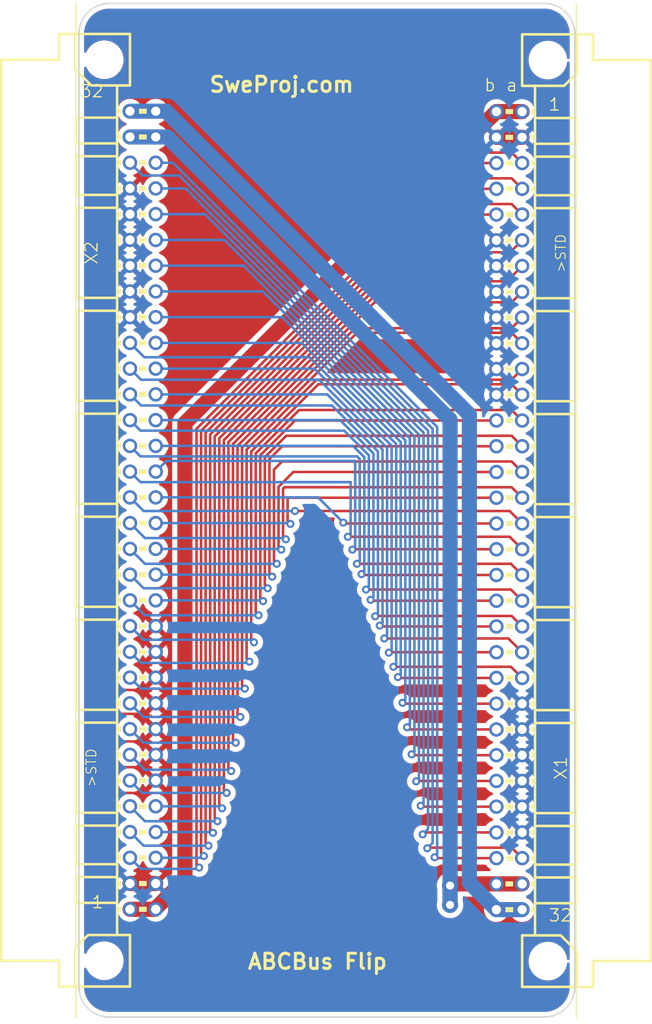
<source format=kicad_pcb>
(kicad_pcb (version 20211014) (generator pcbnew)

  (general
    (thickness 1.6)
  )

  (paper "A4")
  (layers
    (0 "F.Cu" signal)
    (31 "B.Cu" signal)
    (32 "B.Adhes" user "B.Adhesive")
    (33 "F.Adhes" user "F.Adhesive")
    (34 "B.Paste" user)
    (35 "F.Paste" user)
    (36 "B.SilkS" user "B.Silkscreen")
    (37 "F.SilkS" user "F.Silkscreen")
    (38 "B.Mask" user)
    (39 "F.Mask" user)
    (40 "Dwgs.User" user "User.Drawings")
    (41 "Cmts.User" user "User.Comments")
    (42 "Eco1.User" user "User.Eco1")
    (43 "Eco2.User" user "User.Eco2")
    (44 "Edge.Cuts" user)
    (45 "Margin" user)
    (46 "B.CrtYd" user "B.Courtyard")
    (47 "F.CrtYd" user "F.Courtyard")
    (48 "B.Fab" user)
    (49 "F.Fab" user)
  )

  (setup
    (pad_to_mask_clearance 0)
    (pcbplotparams
      (layerselection 0x00010fc_ffffffff)
      (disableapertmacros false)
      (usegerberextensions false)
      (usegerberattributes true)
      (usegerberadvancedattributes true)
      (creategerberjobfile true)
      (svguseinch false)
      (svgprecision 6)
      (excludeedgelayer true)
      (plotframeref false)
      (viasonmask false)
      (mode 1)
      (useauxorigin false)
      (hpglpennumber 1)
      (hpglpenspeed 20)
      (hpglpendiameter 15.000000)
      (dxfpolygonmode true)
      (dxfimperialunits true)
      (dxfusepcbnewfont true)
      (psnegative false)
      (psa4output false)
      (plotreference true)
      (plotvalue true)
      (plotinvisibletext false)
      (sketchpadsonfab false)
      (subtractmaskfromsilk false)
      (outputformat 1)
      (mirror false)
      (drillshape 0)
      (scaleselection 1)
      (outputdirectory "abcbus_short")
    )
  )

  (net 0 "")
  (net 1 "Net-(X1-PadB30)")
  (net 2 "Net-(X1-PadB29)")
  (net 3 "Net-(X1-PadB28)")
  (net 4 "Net-(X1-PadB27)")
  (net 5 "Net-(X1-PadB26)")
  (net 6 "Net-(X1-PadB25)")
  (net 7 "Net-(X1-PadB24)")
  (net 8 "Net-(X1-PadB23)")
  (net 9 "Net-(X1-PadB22)")
  (net 10 "Net-(X1-PadB21)")
  (net 11 "Net-(X1-PadB20)")
  (net 12 "Net-(X1-PadB19)")
  (net 13 "Net-(X1-PadB18)")
  (net 14 "Net-(X1-PadB17)")
  (net 15 "Net-(X1-PadB16)")
  (net 16 "Net-(X1-PadB15)")
  (net 17 "Net-(X1-PadB14)")
  (net 18 "Net-(X1-PadB13)")
  (net 19 "Net-(X1-PadB5)")
  (net 20 "Net-(X1-PadB4)")
  (net 21 "Net-(X1-PadB3)")
  (net 22 "Net-(X1-PadA30)")
  (net 23 "Net-(X1-PadA23)")
  (net 24 "Net-(X1-PadA22)")
  (net 25 "Net-(X1-PadA21)")
  (net 26 "Net-(X1-PadA20)")
  (net 27 "Net-(X1-PadA19)")
  (net 28 "Net-(X1-PadA18)")
  (net 29 "Net-(X1-PadA17)")
  (net 30 "Net-(X1-PadA16)")
  (net 31 "Net-(X1-PadA15)")
  (net 32 "Net-(X1-PadA14)")
  (net 33 "Net-(X1-PadA13)")
  (net 34 "Net-(X1-PadA12)")
  (net 35 "Net-(X1-PadA11)")
  (net 36 "Net-(X1-PadA10)")
  (net 37 "Net-(X1-PadA9)")
  (net 38 "Net-(X1-PadA8)")
  (net 39 "Net-(X1-PadA7)")
  (net 40 "Net-(X1-PadA6)")
  (net 41 "Net-(X1-PadA5)")
  (net 42 "Net-(X1-PadA3)")
  (net 43 "Net-(X1-PadB1)")
  (net 44 "Net-(X1-PadA4)")
  (net 45 "Net-(X1-PadB31)")
  (net 46 "Net-(X1-PadB32)")
  (net 47 "GND")

  (footprint "max80:MAB64B" (layer "F.Cu") (at 176.277644 100.036344))

  (footprint "max80:MAB64B-FAB64Q" (layer "F.Cu") (at 132.5 100 180))

  (gr_line (start 130 147) (end 130 53) (layer "Edge.Cuts") (width 0.15) (tstamp 00000000-0000-0000-0000-00006197dd7d))
  (gr_arc (start 175.93268 50) (mid 178.054 50.87868) (end 178.93268 53) (layer "Edge.Cuts") (width 0.15) (tstamp 00000000-0000-0000-0000-00006197e420))
  (gr_arc (start 178.93268 147) (mid 178.054 149.12132) (end 175.93268 150) (layer "Edge.Cuts") (width 0.15) (tstamp 00000000-0000-0000-0000-00006197e42c))
  (gr_arc (start 133 150) (mid 130.87868 149.12132) (end 130 147) (layer "Edge.Cuts") (width 0.15) (tstamp 00000000-0000-0000-0000-00006197e438))
  (gr_line (start 175.93268 150) (end 133 150) (layer "Edge.Cuts") (width 0.15) (tstamp 351b6edb-5a47-48d2-88a0-08190525c23d))
  (gr_line (start 178.93268 53) (end 178.93268 147) (layer "Edge.Cuts") (width 0.15) (tstamp 543f0c12-d396-4f3d-9909-1a4cb39f2e5c))
  (gr_line (start 133 50) (end 175.93268 50) (layer "Edge.Cuts") (width 0.15) (tstamp 98c651a9-a908-47b8-a633-5db810ba56f1))
  (gr_arc (start 130 53) (mid 130.87868 50.87868) (end 133 50) (layer "Edge.Cuts") (width 0.15) (tstamp cbc05f2f-8fd8-4ec4-b506-56c58b1f3d4b))
  (gr_text "SweProj.com" (at 150 58) (layer "F.SilkS") (tstamp 61b1fae5-44d1-485f-b375-284c02bdb77d)
    (effects (font (size 1.5 1.5) (thickness 0.3)))
  )
  (gr_text "ABCBus Flip" (at 153.543 144.526) (layer "F.SilkS") (tstamp ad506b68-8b61-4290-8913-1227dbaee031)
    (effects (font (size 1.5 1.5) (thickness 0.3)))
  )

  (segment (start 165.187344 134.326344) (end 165.1 134.239) (width 0.25) (layer "F.Cu") (net 1) (tstamp 0eecf8ae-b3a5-4735-94ba-c97a9548fe79))
  (segment (start 171.197644 134.326344) (end 165.187344 134.326344) (width 0.25) (layer "F.Cu") (net 1) (tstamp 3e0da154-3b1e-4c10-89d4-dae18017a9aa))
  (via (at 165.1 134.239) (size 0.8) (drill 0.4) (layers "F.Cu" "B.Cu") (net 1) (tstamp 0c0de653-81e4-4fc7-ad8c-c2520a71cb82))
  (segment (start 137.58 65.71) (end 139.279701 65.71) (width 0.25) (layer "B.Cu") (net 1) (tstamp 27adbf82-96ee-484f-9af6-c0bbf227bf1a))
  (segment (start 139.279701 65.71) (end 165.354 91.784299) (width 0.25) (layer "B.Cu") (net 1) (tstamp 3e6fbee2-d850-485f-8aa0-bc332d51089b))
  (segment (start 165.354 133.985) (end 165.1 134.239) (width 0.25) (layer "B.Cu") (net 1) (tstamp 85fd24a3-bc64-471f-bd9b-55ca32decffa))
  (segment (start 165.354 91.784299) (end 165.354 133.985) (width 0.25) (layer "B.Cu") (net 1) (tstamp 9545e5e1-3714-4ea4-b95e-394ded50ab29))
  (segment (start 171.197644 131.786344) (end 164.117128 131.786344) (width 0.25) (layer "F.Cu") (net 2) (tstamp 1e498bb4-2302-4acd-be1d-2693889216ee))
  (segment (start 164.117128 131.786344) (end 163.925999 131.977473) (width 0.25) (layer "F.Cu") (net 2) (tstamp b5138125-0fc8-41f9-896d-1e6b767d8060))
  (via (at 163.925999 131.977473) (size 0.8) (drill 0.4) (layers "F.Cu" "B.Cu") (net 2) (tstamp ec7f4765-341b-4240-90fe-511416ea796e))
  (segment (start 164.454998 131.448474) (end 163.925999 131.977473) (width 0.25) (layer "B.Cu") (net 2) (tstamp 487206ee-0327-4006-b1bc-099b8ef16fc6))
  (segment (start 137.58 68.25) (end 140.548321 68.25) (width 0.25) (layer "B.Cu") (net 2) (tstamp 77702f31-a70a-45aa-8d86-7c34ec2f399e))
  (segment (start 164.454998 92.156677) (end 164.454998 131.448474) (width 0.25) (layer "B.Cu") (net 2) (tstamp a562befd-6754-4364-9e1a-ee5b8af95ebf))
  (segment (start 140.548321 68.25) (end 164.454998 92.156677) (width 0.25) (layer "B.Cu") (net 2) (tstamp aebf6fc3-d069-4df2-92d2-d1eea1aa3362))
  (segment (start 171.197644 129.246344) (end 163.817842 129.246344) (width 0.25) (layer "F.Cu") (net 3) (tstamp ac41c23d-6509-4e72-bb20-6dac12479c99))
  (segment (start 163.817842 129.246344) (end 163.730498 129.159) (width 0.25) (layer "F.Cu") (net 3) (tstamp d9105304-7fd6-41f7-80cb-713f7e7d2cc4))
  (via (at 163.730498 129.159) (size 0.8) (drill 0.4) (layers "F.Cu" "B.Cu") (net 3) (tstamp 7a5ea5f8-c52f-4262-94e6-c906de7d0fa9))
  (segment (start 164.005497 92.342866) (end 164.005497 128.884001) (width 0.25) (layer "B.Cu") (net 3) (tstamp 29031c84-7394-4f45-addf-c11433f285d3))
  (segment (start 164.005497 128.884001) (end 163.730498 129.159) (width 0.25) (layer "B.Cu") (net 3) (tstamp 7e20e3e3-8331-4f7d-aab8-acf52578ea6d))
  (segment (start 137.58 70.79) (end 142.452631 70.79) (width 0.25) (layer "B.Cu") (net 3) (tstamp adf64afd-546a-4e87-836a-ddf3e27fd442))
  (segment (start 142.452631 70.79) (end 164.005497 92.342866) (width 0.25) (layer "B.Cu") (net 3) (tstamp dca55a0b-fc26-4b32-9541-5645d9ff8705))
  (segment (start 171.197644 126.706344) (end 163.320653 126.706344) (width 0.25) (layer "F.Cu") (net 4) (tstamp 5bdefcbc-2de7-4405-a568-9bde873404c1))
  (segment (start 163.320653 126.706344) (end 163.280997 126.746) (width 0.25) (layer "F.Cu") (net 4) (tstamp b51a2eb7-3db7-4c6a-8fca-9986c8f01796))
  (via (at 163.280997 126.746) (size 0.8) (drill 0.4) (layers "F.Cu" "B.Cu") (net 4) (tstamp a5fdcb90-f29b-4803-83ca-51e97e4b1649))
  (segment (start 163.555996 126.471001) (end 163.280997 126.746) (width 0.25) (layer "B.Cu") (net 4) (tstamp 1c4329f4-d325-42c8-bcce-1b9651924096))
  (segment (start 137.58 73.33) (end 144.356941 73.33) (width 0.25) (layer "B.Cu") (net 4) (tstamp 42c5142d-a66c-48f6-b7af-4f93e9203903))
  (segment (start 144.356941 73.33) (end 163.555996 92.529055) (width 0.25) (layer "B.Cu") (net 4) (tstamp 4444fc74-897b-415c-a9d9-cfc077189987))
  (segment (start 163.555996 92.529055) (end 163.555996 126.471001) (width 0.25) (layer "B.Cu") (net 4) (tstamp 5b09f9b2-31f9-4cc7-a596-a2bc7a45f110))
  (segment (start 171.197644 124.166344) (end 162.91884 124.166344) (width 0.25) (layer "F.Cu") (net 5) (tstamp 3d856f33-5043-408a-a212-eba4346b3f77))
  (segment (start 162.91884 124.166344) (end 162.831496 124.079) (width 0.25) (layer "F.Cu") (net 5) (tstamp ae47d277-a5fb-4663-b988-ea1fdd752af2))
  (via (at 162.831496 124.079) (size 0.8) (drill 0.4) (layers "F.Cu" "B.Cu") (net 5) (tstamp d2d67be0-bc96-40e8-aa4f-5008232b429f))
  (segment (start 163.106495 92.715244) (end 163.106495 123.804001) (width 0.25) (layer "B.Cu") (net 5) (tstamp a18a40be-0e96-4b05-a20e-7e2ae4d8a295))
  (segment (start 146.261251 75.87) (end 163.106495 92.715244) (width 0.25) (layer "B.Cu") (net 5) (tstamp b05adeb5-4c0b-4da0-940b-15a33ada25d2))
  (segment (start 137.58 75.87) (end 146.261251 75.87) (width 0.25) (layer "B.Cu") (net 5) (tstamp b563d53a-792f-4304-8d98-90082c645f7b))
  (segment (start 163.106495 123.804001) (end 162.831496 124.079) (width 0.25) (layer "B.Cu") (net 5) (tstamp f2663556-4346-4025-9ce1-9c3526795ad1))
  (segment (start 162.596339 121.626344) (end 162.381995 121.412) (width 0.25) (layer "F.Cu") (net 6) (tstamp 7b11db37-b3f5-42c6-9da1-16d9309f2eda))
  (segment (start 171.197644 121.626344) (end 162.596339 121.626344) (width 0.25) (layer "F.Cu") (net 6) (tstamp c30513be-ff87-422c-8ff3-431913603bbc))
  (via (at 162.381995 121.412) (size 0.8) (drill 0.4) (layers "F.Cu" "B.Cu") (net 6) (tstamp b2c08907-2908-4826-80f3-f270c85790cc))
  (segment (start 162.656994 92.901433) (end 162.656994 121.137001) (width 0.25) (layer "B.Cu") (net 6) (tstamp 26a79f44-e12a-4ce2-b571-98fade0fef22))
  (segment (start 137.58 78.41) (end 148.165561 78.41) (width 0.25) (layer "B.Cu") (net 6) (tstamp 31e2ffe8-d96f-4141-89f3-c72973936896))
  (segment (start 148.165561 78.41) (end 162.656994 92.901433) (width 0.25) (layer "B.Cu") (net 6) (tstamp 3fb17111-bb7e-473d-b584-22d49466e510))
  (segment (start 162.656994 121.137001) (end 162.381995 121.412) (width 0.25) (layer "B.Cu") (net 6) (tstamp 7241bed2-cb10-4bcc-a257-e99853e143df))
  (segment (start 171.197644 119.086344) (end 162.019838 119.086344) (width 0.25) (layer "F.Cu") (net 7) (tstamp 58ec2a56-63f2-4aea-97d9-be93ce49a78b))
  (segment (start 162.019838 119.086344) (end 161.932494 118.999) (width 0.25) (layer "F.Cu") (net 7) (tstamp e0d9d101-795c-475c-add9-753a6600dfb2))
  (via (at 161.932494 118.999) (size 0.8) (drill 0.4) (layers "F.Cu" "B.Cu") (net 7) (tstamp 3de4fb11-446e-4ee3-ab3b-3cec0fc0eedb))
  (segment (start 137.58 80.95) (end 150.069871 80.95) (width 0.25) (layer "B.Cu") (net 7) (tstamp 10ca39cb-0cb1-4921-8092-0acab70a656e))
  (segment (start 162.207493 118.724001) (end 161.932494 118.999) (width 0.25) (layer "B.Cu") (net 7) (tstamp 141c5731-cb25-4eac-9a13-08f29a5b8d03))
  (segment (start 162.207493 93.087622) (end 162.207493 118.724001) (width 0.25) (layer "B.Cu") (net 7) (tstamp 5c55ce79-a467-406e-8cfe-3762529097a2))
  (segment (start 150.069871 80.95) (end 162.207493 93.087622) (width 0.25) (layer "B.Cu") (net 7) (tstamp fb6b546a-7009-41a4-a2ac-b7801dc6c422))
  (segment (start 161.570337 116.546344) (end 161.482993 116.459) (width 0.25) (layer "F.Cu") (net 8) (tstamp c0adbd53-b1f3-42bb-b6aa-062a4d1721a5))
  (segment (start 171.197644 116.546344) (end 161.570337 116.546344) (width 0.25) (layer "F.Cu") (net 8) (tstamp ccff9678-1f4c-4ab1-a51f-8430175501f0))
  (via (at 161.482993 116.459) (size 0.8) (drill 0.4) (layers "F.Cu" "B.Cu") (net 8) (tstamp 12a6cbaf-c384-44e6-bdf8-ecb859c7380c))
  (segment (start 151.974181 83.49) (end 161.757992 93.273811) (width 0.25) (layer "B.Cu") (net 8) (tstamp 3fe5021f-d50d-4c56-b4db-dfb729ed8012))
  (segment (start 137.58 83.49) (end 151.974181 83.49) (width 0.25) (layer "B.Cu") (net 8) (tstamp 553aa018-554a-42e1-9db6-bf81e3920c41))
  (segment (start 161.757992 93.273811) (end 161.757992 116.184001) (width 0.25) (layer "B.Cu") (net 8) (tstamp 7858a69d-b4d1-4cfc-8c84-6aafb88a499e))
  (segment (start 161.757992 116.184001) (end 161.482993 116.459) (width 0.25) (layer "B.Cu") (net 8) (tstamp fcd677de-9ed2-4477-8235-fb8ca339874a))
  (segment (start 160.623647 114.006344) (end 160.583991 114.046) (width 0.25) (layer "F.Cu") (net 9) (tstamp 3bf246d6-c7b7-43f9-bda8-914dba160db2))
  (segment (start 171.197644 114.006344) (end 160.623647 114.006344) (width 0.25) (layer "F.Cu") (net 9) (tstamp 6c164f22-42cf-4120-a9c2-9b3c4fce16bd))
  (via (at 160.583991 114.046) (size 0.8) (drill 0.4) (layers "F.Cu" "B.Cu") (net 9) (tstamp 372704c6-01d8-48dc-b80d-0415dc4f9eb6))
  (segment (start 137.58 86.03) (end 153.242801 86.03) (width 0.25) (layer "B.Cu") (net 9) (tstamp 17bc2760-5f74-4638-9070-d1556e3cbbb7))
  (segment (start 160.85899 113.771001) (end 160.583991 114.046) (width 0.25) (layer "B.Cu") (net 9) (tstamp 2515c85e-0b2c-4396-b618-f3e2ecef4545))
  (segment (start 160.85899 93.646189) (end 160.85899 113.771001) (width 0.25) (layer "B.Cu") (net 9) (tstamp 7bb657c0-c77b-4128-91ae-4c3edaac5c86))
  (segment (start 153.242801 86.03) (end 160.85899 93.646189) (width 0.25) (layer "B.Cu") (net 9) (tstamp ff9893b7-8584-4328-8390-e19b4c0c1de7))
  (segment (start 159.772333 111.466344) (end 159.684989 111.379) (width 0.25) (layer "F.Cu") (net 10) (tstamp 92a40521-cb9c-4f72-9e88-6b7636df0ef7))
  (segment (start 171.197644 111.466344) (end 159.772333 111.466344) (width 0.25) (layer "F.Cu") (net 10) (tstamp d407170e-72bd-4ceb-a1a4-47137e67e251))
  (via (at 159.684989 111.379) (size 0.8) (drill 0.4) (layers "F.Cu" "B.Cu") (net 10) (tstamp 5c6dec60-b423-4884-926c-b142d1533c08))
  (segment (start 159.959988 94.018567) (end 159.959988 111.104001) (width 0.25) (layer "B.Cu") (net 10) (tstamp 28291419-a331-4db9-8da3-1125a3fd3ef4))
  (segment (start 159.959988 111.104001) (end 159.684989 111.379) (width 0.25) (layer "B.Cu") (net 10) (tstamp c4efdd44-e01f-49bd-8ef5-ac432c58ef7d))
  (segment (start 154.511421 88.57) (end 159.959988 94.018567) (width 0.25) (layer "B.Cu") (net 10) (tstamp c5cd5bd4-adc9-49fe-9f89-c06d5e84cfce))
  (segment (start 137.58 88.57) (end 154.511421 88.57) (width 0.25) (layer "B.Cu") (net 10) (tstamp ea4dd55c-6659-4ed7-8bf2-6e1f79bb2cdb))
  (segment (start 158.873331 108.926344) (end 158.785987 108.839) (width 0.25) (layer "F.Cu") (net 11) (tstamp 9b7a9e9d-61c7-41ab-823f-a1a9feb19208))
  (segment (start 171.197644 108.926344) (end 158.873331 108.926344) (width 0.25) (layer "F.Cu") (net 11) (tstamp fabd3635-5cd2-4adf-b9f3-0856fec0b73a))
  (via (at 158.785987 108.839) (size 0.8) (drill 0.4) (layers "F.Cu" "B.Cu") (net 11) (tstamp 22948c12-9953-4141-9211-882a4d57d7b9))
  (segment (start 159.060986 108.564001) (end 158.785987 108.839) (width 0.25) (layer "B.Cu") (net 11) (tstamp 42ec9ef0-4f0d-4a1e-a379-e6253e44a968))
  (segment (start 159.060986 94.390945) (end 159.060986 108.564001) (width 0.25) (layer "B.Cu") (net 11) (tstamp 77e2c3a4-8abc-428c-8a87-df1bb3192ed2))
  (segment (start 137.58 91.11) (end 155.780041 91.11) (width 0.25) (layer "B.Cu") (net 11) (tstamp a7084837-f4c2-468c-91ad-575e68822d3b))
  (segment (start 155.780041 91.11) (end 159.060986 94.390945) (width 0.25) (layer "B.Cu") (net 11) (tstamp c73a0b2a-95af-45e4-9c47-45de10730411))
  (segment (start 171.197644 106.386344) (end 157.974329 106.386344) (width 0.25) (layer "F.Cu") (net 12) (tstamp 209e3b6e-e15e-4ec5-b20c-a1111387db63))
  (segment (start 157.974329 106.386344) (end 157.886985 106.299) (width 0.25) (layer "F.Cu") (net 12) (tstamp c4781b83-0481-4225-bf4d-a2d90163b3aa))
  (segment (start 137.58 93.65) (end 138.234113 93.65) (width 0.25) (layer "F.Cu") (net 12) (tstamp e21125d6-f2a9-4a72-bb09-a00cf2d21f81))
  (via (at 157.886985 106.299) (size 0.8) (drill 0.4) (layers "F.Cu" "B.Cu") (net 12) (tstamp 6d253a14-2353-4227-b002-a4d26c920f86))
  (segment (start 137.58 93.65) (end 157.048661 93.65) (width 0.25) (layer "B.Cu") (net 12) (tstamp 432d9a50-7ec5-4916-bc90-63473590a815))
  (segment (start 158.161984 94.763323) (end 158.161984 106.024001) (width 0.25) (layer "B.Cu") (net 12) (tstamp 4ce7124a-e650-4801-9fd9-ceaee7465f03))
  (segment (start 158.161984 106.024001) (end 157.886985 106.299) (width 0.25) (layer "B.Cu") (net 12) (tstamp 660350a6-1a60-42bb-8295-f0968599e4f1))
  (segment (start 157.048661 93.65) (end 158.161984 94.763323) (width 0.25) (layer "B.Cu") (net 12) (tstamp dea24c7d-ccc8-4c7a-97ad-a754be3b0f39))
  (segment (start 137.58 96.19) (end 137.58 96.172521) (width 0.25) (layer "F.Cu") (net 13) (tstamp b4a29086-0df8-4956-8365-511c28488814))
  (segment (start 171.197644 103.846344) (end 157.027639 103.846344) (width 0.25) (layer "F.Cu") (net 13) (tstamp cec249fa-dbfc-4c0b-9b34-49d60a098438))
  (segment (start 157.027639 103.846344) (end 156.987983 103.886) (width 0.25) (layer "F.Cu") (net 13) (tstamp e29d310d-81bb-48cf-85a5-c7bd7baa633b))
  (via (at 156.987983 103.886) (size 0.8) (drill 0.4) (layers "F.Cu" "B.Cu") (net 13) (tstamp 7d66c74c-cbde-43f5-ab67-ad46a1db1f1e))
  (segment (start 137.58 96.19) (end 138.634299 95.135701) (width 0.25) (layer "B.Cu") (net 13) (tstamp 6fb8a079-b8b0-4e61-b7bd-f3e1a1dfb3f5))
  (segment (start 157.262982 95.135701) (end 157.262982 103.611001) (width 0.25) (layer "B.Cu") (net 13) (tstamp 874d15ea-e570-49bd-9a8c-5ae0c528b9ea))
  (segment (start 157.262982 103.611001) (end 156.987983 103.886) (width 0.25) (layer "B.Cu") (net 13) (tstamp 9591928e-e9a2-4fb6-8229-a8cc067ba2d3))
  (segment (start 138.634299 95.135701) (end 157.262982 95.135701) (width 0.25) (layer "B.Cu") (net 13) (tstamp b5197e14-5abc-4885-b5b5-c0534054365d))
  (segment (start 156.176325 101.306344) (end 156.088981 101.219) (width 0.25) (layer "F.Cu") (net 14) (tstamp 60b9181d-9c1f-410f-b122-ec2ff76561f9))
  (segment (start 171.197644 101.306344) (end 156.176325 101.306344) (width 0.25) (layer "F.Cu") (net 14) (tstamp f83b98a8-bb22-4187-b1e0-73cea857c682))
  (via (at 156.088981 101.219) (size 0.8) (drill 0.4) (layers "F.Cu" "B.Cu") (net 14) (tstamp bba7616e-6e62-45e5-8607-0a54677221f8))
  (segment (start 153.599981 98.73) (end 156.088981 101.219) (width 0.25) (layer "B.Cu") (net 14) (tstamp 949cff74-53aa-463a-b5ef-36518425b138))
  (segment (start 137.58 98.73) (end 153.599981 98.73) (width 0.25) (layer "B.Cu") (net 14) (tstamp 958f4728-abfa-43c4-92f9-3a5cdbeecf80))
  (segment (start 171.197644 98.766344) (end 150.59502 98.766344) (width 0.25) (layer "F.Cu") (net 15) (tstamp 392d3af1-0ec5-45d8-b44d-211c774d0f04))
  (segment (start 150.59502 98.766344) (end 150.59502 101.071001) (width 0.25) (layer "F.Cu") (net 15) (tstamp 4c914fcf-41a1-4f2a-867f-2dfc391e7633))
  (segment (start 150.59502 101.071001) (end 150.870019 101.346) (width 0.25) (layer "F.Cu") (net 15) (tstamp fb65a2c9-0d7b-48da-916a-6816e10473a7))
  (via (at 150.870019 101.346) (size 0.8) (drill 0.4) (layers "F.Cu" "B.Cu") (net 15) (tstamp a3075246-cb20-4d8b-ad7a-5d64f76629c3))
  (segment (start 137.58 101.27) (end 150.794019 101.27) (width 0.25) (layer "B.Cu") (net 15) (tstamp 0cbf72cb-0514-46af-b3d2-8eba6da15760))
  (segment (start 150.794019 101.27) (end 150.870019 101.346) (width 0.25) (layer "B.Cu") (net 15) (tstamp 39240e44-0401-4565-9680-4cc706f7c387))
  (segment (start 151.159678 96.226344) (end 149.696018 97.690004) (width 0.25) (layer "F.Cu") (net 16) (tstamp 006c88e8-a3a8-4926-b8e7-629b2a1cd0b5))
  (segment (start 171.197644 96.226344) (end 151.159678 96.226344) (width 0.25) (layer "F.Cu") (net 16) (tstamp 2755455d-c09f-4227-ac56-cbbcf7b66671))
  (segment (start 149.696018 97.690004) (end 149.696018 103.611001) (width 0.25) (layer "F.Cu") (net 16) (tstamp 4e7788cf-38e1-4398-8341-abbf702bda2d))
  (segment (start 149.696018 103.611001) (end 149.971017 103.886) (width 0.25) (layer "F.Cu") (net 16) (tstamp 9978c259-0ce4-4c6f-9811-bb5d05cfc4e4))
  (via (at 149.971017 103.886) (size 0.8) (drill 0.4) (layers "F.Cu" "B.Cu") (net 16) (tstamp 6bf70ce8-9e2a-4e09-b6fd-03452b717686))
  (segment (start 137.58 103.81) (end 149.895017 103.81) (width 0.25) (layer "B.Cu") (net 16) (tstamp 57d82407-e3b3-4de2-be8e-35951cb96ae7))
  (segment (start 149.895017 103.81) (end 149.971017 103.886) (width 0.25) (layer "B.Cu") (net 16) (tstamp 8a0a19ae-2064-4160-b685-66a8f1fe8066))
  (segment (start 148.797016 94.948294) (end 148.797016 106.278001) (width 0.25) (layer "F.Cu") (net 17) (tstamp 4cba7bbe-3983-4b11-b64b-255dcf18e06b))
  (segment (start 150.058966 93.686344) (end 148.797016 94.948294) (width 0.25) (layer "F.Cu") (net 17) (tstamp 672f79cc-c753-4892-a123-f2128e0459b4))
  (segment (start 148.797016 106.278001) (end 149.072015 106.553) (width 0.25) (layer "F.Cu") (net 17) (tstamp 7f7dc655-70e1-4dcd-96a4-87779b3dc83c))
  (segment (start 171.197644 93.686344) (end 150.058966 93.686344) (width 0.25) (layer "F.Cu") (net 17) (tstamp e9755ddf-00d0-416b-97bc-aae228dc6f38))
  (via (at 149.072015 106.553) (size 0.8) (drill 0.4) (layers "F.Cu" "B.Cu") (net 17) (tstamp f20627e8-dd82-48a9-b91a-452b34d6d859))
  (segment (start 137.58 106.35) (end 148.869015 106.35) (width 0.25) (layer "B.Cu") (net 17) (tstamp 6c6dbaac-c1e2-4fa5-947e-7654080f6724))
  (segment (start 148.869015 106.35) (end 149.072015 106.553) (width 0.25) (layer "B.Cu") (net 17) (tstamp b33582a9-69be-4b93-b7e5-f8dffefc3525))
  (segment (start 151.327586 91.146344) (end 147.898014 94.575916) (width 0.25) (layer "F.Cu") (net 18) (tstamp 03ffc393-0987-4cea-b2eb-40a244ddde4c))
  (segment (start 147.898014 94.575916) (end 147.898014 108.691001) (width 0.25) (layer "F.Cu") (net 18) (tstamp 0cf36ca6-a5d9-4da3-9993-d66876731130))
  (segment (start 147.898014 108.691001) (end 148.173013 108.966) (width 0.25) (layer "F.Cu") (net 18) (tstamp 2846865e-7108-40ee-993f-e29a0be84a41))
  (segment (start 171.197644 91.146344) (end 151.327586 91.146344) (width 0.25) (layer "F.Cu") (net 18) (tstamp 771e196f-86ef-435f-a5c2-4bf13f319c2c))
  (via (at 148.173013 108.966) (size 0.8) (drill 0.4) (layers "F.Cu" "B.Cu") (net 18) (tstamp c5f748b2-2be3-4af3-914c-8123bb16cc99))
  (segment (start 148.097013 108.89) (end 148.173013 108.966) (width 0.25) (layer "B.Cu") (net 18) (tstamp 2233fc83-da27-4bb7-aaf1-c9578dea91d2))
  (segment (start 137.58 108.89) (end 148.097013 108.89) (width 0.25) (layer "B.Cu") (net 18) (tstamp 272e14eb-1348-4aa6-bf3b-6de32f3343dc))
  (segment (start 143.852505 92.900215) (end 143.852505 129.138001) (width 0.25) (layer "F.Cu") (net 19) (tstamp 2d1f3445-e17b-4de4-9a1c-4764ce7d1956))
  (segment (start 143.852505 129.138001) (end 144.127504 129.413) (width 0.25) (layer "F.Cu") (net 19) (tstamp 346e26d2-916d-4389-bb61-e3cf11b7d4f5))
  (segment (start 165.926376 70.826344) (end 143.852505 92.900215) (width 0.25) (layer "F.Cu") (net 19) (tstamp 704c2763-f2a8-4249-90df-6b1cab91dbb5))
  (segment (start 171.197644 70.826344) (end 165.926376 70.826344) (width 0.25) (layer "F.Cu") (net 19) (tstamp cadd9f99-97a2-4706-8f37-3aaaa54d72a5))
  (via (at 144.127504 129.413) (size 0.8) (drill 0.4) (layers "F.Cu" "B.Cu") (net 19) (tstamp 3e3753da-e988-4f03-b9d0-f8901d79029c))
  (segment (start 143.924504 129.21) (end 144.127504 129.413) (width 0.25) (layer "B.Cu") (net 19) (tstamp 10cf31a7-e1f6-435e-accf-cad17739a0c0))
  (segment (start 137.58 129.21) (end 143.924504 129.21) (width 0.25) (layer "B.Cu") (net 19) (tstamp d0f02626-fcfc-41e7-b7e3-50603433a055))
  (segment (start 167.194996 68.286344) (end 142.953503 92.527837) (width 0.25) (layer "F.Cu") (net 20) (tstamp 0848b408-f34e-409a-83e4-238051b3fca4))
  (segment (start 171.197644 68.286344) (end 167.194996 68.286344) (width 0.25) (layer "F.Cu") (net 20) (tstamp 12413ff6-108c-4a76-b20d-279f8a1500fb))
  (segment (start 142.953503 131.551001) (end 143.228502 131.826) (width 0.25) (layer "F.Cu") (net 20) (tstamp 5635789a-0f66-4112-9532-4097b9974a86))
  (segment (start 142.953503 92.527837) (end 142.953503 131.551001) (width 0.25) (layer "F.Cu") (net 20) (tstamp 76840954-99c3-4368-9c14-7fc0c5468721))
  (via (at 143.228502 131.826) (size 0.8) (drill 0.4) (layers "F.Cu" "B.Cu") (net 20) (tstamp 262c2462-4f14-46a6-bcc7-fbd201afb1ad))
  (segment (start 143.152502 131.75) (end 143.228502 131.826) (width 0.25) (layer "B.Cu") (net 20) (tstamp 597bfec0-9563-46e8-9892-301cdb0539fa))
  (segment (start 137.58 131.75) (end 143.152502 131.75) (width 0.25) (layer "B.Cu") (net 20) (tstamp 910221ad-d3ce-4e74-80f8-a7e22a37d5aa))
  (segment (start 168.463616 65.746344) (end 142.054501 92.155459) (width 0.25) (layer "F.Cu") (net 21) (tstamp 198ca71d-a806-4aa8-92cb-dbfa8306c291))
  (segment (start 171.197644 65.746344) (end 168.463616 65.746344) (width 0.25) (layer "F.Cu") (net 21) (tstamp 5cb7c402-29f4-4f65-8879-dc344337f566))
  (segment (start 142.054501 92.155459) (end 142.054501 133.837001) (width 0.25) (layer "F.Cu") (net 21) (tstamp b608bcb9-c261-4593-bfbf-58b6472dddae))
  (segment (start 142.054501 133.837001) (end 142.3295 134.112) (width 0.25) (layer "F.Cu") (net 21) (tstamp d21ca0e7-42b5-4295-97ad-03ad2a1e853d))
  (via (at 142.3295 134.112) (size 0.8) (drill 0.4) (layers "F.Cu" "B.Cu") (net 21) (tstamp 7d9f5b5c-ebf5-4751-95a2-75db06872a6c))
  (segment (start 142.1515 134.29) (end 142.3295 134.112) (width 0.25) (layer "B.Cu") (net 21) (tstamp c7549e58-3361-4d99-8db6-e4a13e486560))
  (segment (start 137.58 134.29) (end 142.1515 134.29) (width 0.25) (layer "B.Cu") (net 21) (tstamp e60ebbb2-e306-4d2c-9a16-d91d09fb4822))
  (segment (start 172.701444 133.290144) (end 164.435356 133.290144) (width 0.25) (layer "F.Cu") (net 22) (tstamp 1b9ffe1a-7967-4456-8475-22945c889e5f))
  (segment (start 164.435356 133.290144) (end 164.3755 133.35) (width 0.25) (layer "F.Cu") (net 22) (tstamp 4898acb9-d15d-4399-9e47-2c8c965c1ff2))
  (segment (start 173.737644 134.326344) (end 172.701444 133.290144) (width 0.25) (layer "F.Cu") (net 22) (tstamp f2d5f12b-c751-401f-b804-722376273eca))
  (via (at 164.3755 133.35) (size 0.8) (drill 0.4) (layers "F.Cu" "B.Cu") (net 22) (tstamp b2ee5a28-4227-46d0-b077-62a548a01d04))
  (segment (start 135.04 65.71) (end 136.30353 66.97353) (width 0.25) (layer "B.Cu") (net 22) (tstamp 38b78850-c110-4046-acb8-a989dc97dae6))
  (segment (start 136.30353 66.97353) (end 139.907541 66.97353) (width 0.25) (layer "B.Cu") (net 22) (tstamp 5addc10f-cfd3-4b87-9759-9e19ca508b92))
  (segment (start 139.907541 66.97353) (end 164.904499 91.970488) (width 0.25) (layer "B.Cu") (net 22) (tstamp a6bdd41d-2d49-40e5-b17f-403850d60032))
  (segment (start 164.904499 132.821001) (end 164.3755 133.35) (width 0.25) (layer "B.Cu") (net 22) (tstamp e97bb912-d91f-409a-910b-b7cc6c3bf604))
  (segment (start 164.904499 91.970488) (end 164.904499 132.821001) (width 0.25) (layer "B.Cu") (net 22) (tstamp ed603223-a6ef-4ced-b27c-5c52ad4c5873))
  (segment (start 173.737644 116.546344) (end 172.6343 115.443) (width 0.25) (layer "F.Cu") (net 23) (tstamp 68873788-7fd4-4eaf-9274-c2c920ebddab))
  (segment (start 172.6343 115.443) (end 161.033492 115.443) (width 0.25) (layer "F.Cu") (net 23) (tstamp 9c45cf8a-62bb-423a-a242-c858e5304348))
  (via (at 161.033492 115.443) (size 0.8) (drill 0.4) (layers "F.Cu" "B.Cu") (net 23) (tstamp 68713cc8-f6a9-42cb-a894-dd989d8cf1c6))
  (segment (start 161.308491 115.168001) (end 161.033492 115.443) (width 0.25) (layer "B.Cu") (net 23) (tstamp 00ffc54b-8b27-42e0-9c1b-eb16a20ca596))
  (segment (start 135.04 83.49) (end 136.454501 84.904501) (width 0.25) (layer "B.Cu") (net 23) (tstamp 21812475-9bed-472f-899b-05e8b87a32f3))
  (segment (start 152.752992 84.904501) (end 161.308491 93.46) (width 0.25) (layer "B.Cu") (net 23) (tstamp 3bb3c5f7-9af3-4860-9617-3f295ee34d22))
  (segment (start 161.308491 93.46) (end 161.308491 115.168001) (width 0.25) (layer "B.Cu") (net 23) (tstamp 579e7f9a-b005-4b7b-9d13-c7b85215a943))
  (segment (start 136.454501 84.904501) (end 152.752992 84.904501) (width 0.25) (layer "B.Cu") (net 23) (tstamp cd6b9eda-e4dd-4ea4-8a41-b85114cfc077))
  (segment (start 172.3803 112.649) (end 160.13449 112.649) (width 0.25) (layer "F.Cu") (net 24) (tstamp 5123d8f0-47e6-495c-8e1e-9e528fabab3d))
  (segment (start 173.737644 114.006344) (end 172.3803 112.649) (width 0.25) (layer "F.Cu") (net 24) (tstamp d20a66f5-5c8c-4405-b54a-e196396e5adb))
  (via (at 160.13449 112.649) (size 0.8) (drill 0.4) (layers "F.Cu" "B.Cu") (net 24) (tstamp 60443a2c-3980-44b2-a9f6-c40084b454d4))
  (segment (start 135.04 86.03) (end 136.132 87.122) (width 0.25) (layer "B.Cu") (net 24) (tstamp 1582b37a-9080-438b-ba2c-bf4e757fcf6a))
  (segment (start 136.132 87.122) (end 153.699111 87.122) (width 0.25) (layer "B.Cu") (net 24) (tstamp 259ba9fb-3934-4ac7-8936-2a304e4c40a4))
  (segment (start 153.699111 87.122) (end 160.409489 93.832378) (width 0.25) (layer "B.Cu") (net 24) (tstamp 7dadcc50-d6c9-4da7-8a51-95bdb3753054))
  (segment (start 160.409489 93.832378) (end 160.409489 112.374001) (width 0.25) (layer "B.Cu") (net 24) (tstamp b23ac8e7-88a5-4fe9-9066-2bb82e3907be))
  (segment (start 160.409489 112.374001) (end 160.13449 112.649) (width 0.25) (layer "B.Cu") (net 24) (tstamp bc982160-1f65-4003-9b8b-b04771ac29c9))
  (segment (start 173.737644 111.466344) (end 172.701444 110.430144) (width 0.25) (layer "F.Cu") (net 25) (tstamp 39b0bb98-a97a-4d69-ba0d-7507f4ad9d8e))
  (segment (start 172.701444 110.430144) (end 159.265657 110.430144) (width 0.25) (layer "F.Cu") (net 25) (tstamp 7fb700a1-069e-4b66-90fc-89bef1fde1d8))
  (segment (start 159.265657 110.430144) (end 159.235488 110.460313) (width 0.25) (layer "F.Cu") (net 25) (tstamp ac3b0106-c777-4af6-a097-33490d4c2a6e))
  (via (at 159.235488 110.460313) (size 0.8) (drill 0.4) (layers "F.Cu" "B.Cu") (net 25) (tstamp d56f456f-2e70-45ee-a8fb-6af277c532c9))
  (segment (start 136.132 89.662) (end 154.967731 89.662) (width 0.25) (layer "B.Cu") (net 25) (tstamp 137a2a0a-76f0-4efe-8892-66ed504169e5))
  (segment (start 159.510487 110.185314) (end 159.235488 110.460313) (width 0.25) (layer "B.Cu") (net 25) (tstamp af8eea47-b6aa-4594-bb79-27b1085568e0))
  (segment (start 154.967731 89.662) (end 159.510487 94.204756) (width 0.25) (layer "B.Cu") (net 25) (tstamp c7dcc586-55ee-4576-bfa5-38cb3887096f))
  (segment (start 159.510487 94.204756) (end 159.510487 110.185314) (width 0.25) (layer "B.Cu") (net 25) (tstamp cbcbf4cc-03e3-45ce-b36f-ccef66e68912))
  (segment (start 135.04 88.57) (end 136.132 89.662) (width 0.25) (layer "B.Cu") (net 25) (tstamp d93382eb-4c7a-46b5-bf2b-7205961b8fad))
  (segment (start 173.737644 108.926344) (end 172.6343 107.823) (width 0.25) (layer "F.Cu") (net 26) (tstamp 5960e6ae-4caa-45b3-91ed-2b0cfc2ec541))
  (segment (start 172.6343 107.823) (end 158.336486 107.823) (width 0.25) (layer "F.Cu") (net 26) (tstamp 9838118c-94f7-463e-be70-b8257276f7e4))
  (via (at 158.336486 107.823) (size 0.8) (drill 0.4) (layers "F.Cu" "B.Cu") (net 26) (tstamp e8bb1059-8849-4594-a793-e030aa9149fa))
  (segment (start 158.611485 107.548001) (end 158.336486 107.823) (width 0.25) (layer "B.Cu") (net 26) (tstamp 4efdce71-7428-4823-92c6-d9b59a6889ac))
  (segment (start 135.04 91.11) (end 136.0762 92.1462) (width 0.25) (layer "B.Cu") (net 26) (tstamp 5c48a22d-42e0-42fe-a14e-05e5702ec814))
  (segment (start 158.611485 94.577134) (end 158.611485 107.548001) (width 0.25) (layer "B.Cu") (net 26) (tstamp 78498770-e931-4b0a-a045-f155f8562d1a))
  (segment (start 136.0762 92.1462) (end 156.180551 92.1462) (width 0.25) (layer "B.Cu") (net 26) (tstamp da6fa149-3849-4a98-9d3b-d572a1006b31))
  (segment (start 156.180551 92.1462) (end 158.611485 94.577134) (width 0.25) (layer "B.Cu") (net 26) (tstamp e3b7a65f-48c8-4a9a-91bc-685db1a14bf3))
  (segment (start 172.6343 105.283) (end 157.437484 105.283) (width 0.25) (layer "F.Cu") (net 27) (tstamp 2246c900-68dc-4d57-9849-ddded0e6d75e))
  (segment (start 173.737644 106.386344) (end 172.6343 105.283) (width 0.25) (layer "F.Cu") (net 27) (tstamp 984fd2fb-a3c8-499b-9043-4a6f5f38f31f))
  (via (at 157.437484 105.283) (size 0.8) (drill 0.4) (layers "F.Cu" "B.Cu") (net 27) (tstamp 1f97eb38-ac66-405c-a16b-9b998540550b))
  (segment (start 157.449171 94.6862) (end 157.712483 94.949512) (width 0.25) (layer "B.Cu") (net 27) (tstamp 0d88d967-0a01-443f-adb0-9b841c76e20f))
  (segment (start 157.712483 94.949512) (end 157.712483 105.008001) (width 0.25) (layer "B.Cu") (net 27) (tstamp 91e741f8-30f8-428e-933c-5f04c6105684))
  (segment (start 135.04 93.65) (end 136.0762 94.6862) (width 0.25) (layer "B.Cu") (net 27) (tstamp b5e53759-1166-4120-af95-87fac970cceb))
  (segment (start 136.0762 94.6862) (end 157.449171 94.6862) (width 0.25) (layer "B.Cu") (net 27) (tstamp e74841fc-495c-42a9-9011-afc57d3d05e8))
  (segment (start 157.712483 105.008001) (end 157.437484 105.283) (width 0.25) (layer "B.Cu") (net 27) (tstamp f37e9c0e-2539-4666-afd1-320af73407b7))
  (segment (start 173.737644 103.846344) (end 172.5073 102.616) (width 0.25) (layer "F.Cu") (net 28) (tstamp 13404878-3369-4f73-af3d-66dd84d910f7))
  (segment (start 172.5073 102.616) (end 156.538482 102.616) (width 0.25) (layer "F.Cu") (net 28) (tstamp 80be4bcb-e8c0-4689-a647-8d991de72258))
  (via (at 156.538482 102.616) (size 0.8) (drill 0.4) (layers "F.Cu" "B.Cu") (net 28) (tstamp 0c4aac8d-f117-4522-b78e-a432cd14bb1f))
  (segment (start 135.04 96.19) (end 136.0762 97.2262) (width 0.25) (layer "B.Cu") (net 28) (tstamp 7eea1980-8d89-49df-b5f8-4b77b38ba0b7))
  (segment (start 156.813481 102.341001) (end 156.538482 102.616) (width 0.25) (layer "B.Cu") (net 28) (tstamp e4fdd48b-43e5-464a-8d79-1786a989f682))
  (segment (start 136.0762 97.2262) (end 156.813481 97.2262) (width 0.25) (layer "B.Cu") (net 28) (tstamp f5e9c3b4-da48-4225-9df5-10f2bcd362d8))
  (segment (start 156.813481 97.2262) (end 156.813481 102.341001) (width 0.25) (layer "B.Cu") (net 28) (tstamp fc7f21c1-ae4a-4c50-9b4d-854fdfdc6dfa))
  (segment (start 173.737644 101.306344) (end 172.5073 100.076) (width 0.25) (layer "F.Cu") (net 29) (tstamp 235822a6-30cf-40fe-bae0-b123f3036fd5))
  (segment (start 172.5073 100.076) (end 151.31952 100.076) (width 0.25) (layer "F.Cu") (net 29) (tstamp 5a8207e1-3e4a-475c-b083-7d4b8befaa60))
  (via (at 151.31952 100.076) (size 0.8) (drill 0.4) (layers "F.Cu" "B.Cu") (net 29) (tstamp 2c74713b-5fd3-41e5-a8b1-0886768ae404))
  (segment (start 135.04 98.73) (end 136.386 100.076) (width 0.25) (layer "B.Cu") (net 29) (tstamp e72a4525-5d92-4f3d-bd7f-5f8f1acb5c8a))
  (segment (start 136.386 100.076) (end 151.31952 100.076) (width 0.25) (layer "B.Cu") (net 29) (tstamp f57e04f1-6973-401a-99d4-bfbafa0769a7))
  (segment (start 150.145519 102.595001) (end 150.420518 102.87) (width 0.25) (layer "F.Cu") (net 30) (tstamp 16072981-7197-468e-8dca-2f0882a6b7b1))
  (segment (start 150.291568 97.730144) (end 150.145519 97.876193) (width 0.25) (layer "F.Cu") (net 30) (tstamp 851d61d6-8628-45ed-af35-0e63b2300f47))
  (segment (start 150.145519 97.876193) (end 150.145519 102.595001) (width 0.25) (layer "F.Cu") (net 30) (tstamp a48a6dcb-dc1d-4966-81e3-e740a86637f5))
  (segment (start 172.701444 97.730144) (end 150.291568 97.730144) (width 0.25) (layer "F.Cu") (net 30) (tstamp dc9b10c8-c1be-46ba-8806-bb8d4250f16d))
  (segment (start 173.737644 98.766344) (end 172.701444 97.730144) (width 0.25) (layer "F.Cu") (net 30) (tstamp f2b7312b-bfe3-487d-b53b-5c907aec9014))
  (via (at 150.420518 102.87) (size 0.8) (drill 0.4) (layers "F.Cu" "B.Cu") (net 30) (tstamp 7e09b4c3-5274-4746-8f88-cde9751b86d1))
  (segment (start 150.293518 102.743) (end 150.420518 102.87) (width 0.25) (layer "B.Cu") (net 30) (tstamp 56adabd7-0bc0-4aa9-8376-3a8875930853))
  (segment (start 136.513 102.743) (end 150.293518 102.743) (width 0.25) (layer "B.Cu") (net 30) (tstamp 59a0d1e3-8124-4483-ba2b-e952605c86ab))
  (segment (start 135.04 101.27) (end 136.513 102.743) (width 0.25) (layer "B.Cu") (net 30) (tstamp b17a3b61-4c22-445e-b31e-d7ca435a99ef))
  (segment (start 149.246517 105.008001) (end 149.521516 105.283) (width 0.25) (layer "F.Cu") (net 31) (tstamp 578cadbd-f516-441a-8f6c-12fe0fa25ed3))
  (segment (start 172.701444 95.190144) (end 150.046856 95.190144) (width 0.25) (layer "F.Cu") (net 31) (tstamp 7ec4e4bd-7e8c-43bb-b4ea-a1c74258e3f5))
  (segment (start 150.046856 95.190144) (end 149.246517 95.990483) (width 0.25) (layer "F.Cu") (net 31) (tstamp 98b1f1ab-afaa-4d01-81ea-4e04b1f07c3a))
  (segment (start 173.737644 96.226344) (end 172.701444 95.190144) (width 0.25) (layer "F.Cu") (net 31) (tstamp a57cbba9-e1a7-4567-8dee-5e948a602c5a))
  (segment (start 149.246517 95.990483) (end 149.246517 105.008001) (width 0.25) (layer "F.Cu") (net 31) (tstamp bc496f7b-3b2b-4d05-aa6b-6aece543eb5a))
  (via (at 149.521516 105.283) (size 0.8) (drill 0.4) (layers "F.Cu" "B.Cu") (net 31) (tstamp d40e03a3-1e52-4a4f-b5fc-096548cfe88e))
  (segment (start 136.513 105.283) (end 149.521516 105.283) (width 0.25) (layer "B.Cu") (net 31) (tstamp cc685c31-d98e-4831-b845-1fb172f73953))
  (segment (start 135.04 103.81) (end 136.513 105.283) (width 0.25) (layer "B.Cu") (net 31) (tstamp d7e51df2-c7ae-48c3-8eec-d7d52abd2159))
  (segment (start 150.459476 92.650144) (end 148.347515 94.762105) (width 0.25) (layer "F.Cu") (net 32) (tstamp 62bec62c-e12e-419c-92d6-775d4f6447d0))
  (segment (start 148.347515 107.421003) (end 148.622514 107.696002) (width 0.25) (layer "F.Cu") (net 32) (tstamp 6854a58f-8d2e-4570-8a8b-8d95c74bac32))
  (segment (start 172.701444 92.650144) (end 150.459476 92.650144) (width 0.25) (layer "F.Cu") (net 32) (tstamp b1f4ce85-2d18-4869-8449-043be60d34a6))
  (segment (start 173.737644 93.686344) (end 172.701444 92.650144) (width 0.25) (layer "F.Cu") (net 32) (tstamp d96d4857-e080-4235-b851-0b0b6a962e77))
  (segment (start 148.347515 94.762105) (end 148.347515 107.421003) (width 0.25) (layer "F.Cu") (net 32) (tstamp e8b5671d-7e21-403b-9d4d-b0ff7bbe0ac1))
  (via (at 148.622514 107.696002) (size 0.8) (drill 0.4) (layers "F.Cu" "B.Cu") (net 32) (tstamp 8184f3c9-0b86-4a4b-a857-07cf14b0fef8))
  (segment (start 136.386002 107.696002) (end 148.622514 107.696002) (width 0.25) (layer "B.Cu") (net 32) (tstamp 84d3e8dc-3ab2-4bd9-b89e-fd4fd7421897))
  (segment (start 135.04 106.35) (end 136.386002 107.696002) (width 0.25) (layer "B.Cu") (net 32) (tstamp fb70dff1-262d-44a1-8cdf-485bae0b1484))
  (segment (start 173.737644 91.146344) (end 172.701444 90.110144) (width 0.25) (layer "F.Cu") (net 33) (tstamp 09a11970-c18e-4cd8-af6a-f097c69c4c74))
  (segment (start 151.728096 90.110144) (end 147.448513 94.389727) (width 0.25) (layer "F.Cu") (net 33) (tstamp 6f4c8d47-4fa3-4a8d-a681-fc7b8bb7062c))
  (segment (start 172.701444 90.110144) (end 151.728096 90.110144) (width 0.25) (layer "F.Cu") (net 33) (tstamp 71758b5e-4def-4a7b-b4d4-419a8e395326))
  (segment (start 147.448513 110.088001) (end 147.723512 110.363) (width 0.25) (layer "F.Cu") (net 33) (tstamp 74e09102-60ad-43d8-9b0b-1ed9825e9591))
  (segment (start 147.448513 94.389727) (end 147.448513 110.088001) (width 0.25) (layer "F.Cu") (net 33) (tstamp 89c65cec-6054-4c4e-a3c4-3c29e86c928e))
  (via (at 147.723512 110.363) (size 0.8) (drill 0.4) (layers "F.Cu" "B.Cu") (net 33) (tstamp 14c9d137-5e86-4919-8da3-a951f2dad5da))
  (segment (start 136.513 110.363) (end 147.723512 110.363) (width 0.25) (layer "B.Cu") (net 33) (tstamp 96d5d17b-2905-4d9f-b110-782f008e85c3))
  (segment (start 135.04 108.89) (end 136.513 110.363) (width 0.25) (layer "B.Cu") (net 33) (tstamp b01c694b-c506-45aa-8622-d177895927ff))
  (segment (start 172.701444 87.570144) (end 153.632406 87.570144) (width 0.25) (layer "F.Cu") (net 34) (tstamp ba2a8ff7-8b5e-4e12-8ef0-13584b122085))
  (segment (start 173.737644 88.606344) (end 172.701444 87.570144) (width 0.25) (layer "F.Cu") (net 34) (tstamp bde53d89-aaec-47f7-b5e6-0aec4cce523a))
  (segment (start 146.999012 94.203538) (end 146.999012 112.755001) (width 0.25) (layer "F.Cu") (net 34) (tstamp d5a677b9-c438-48f2-ab56-dc09484aa882))
  (segment (start 146.999012 112.755001) (end 147.274011 113.03) (width 0.25) (layer "F.Cu") (net 34) (tstamp f0a65db7-9b25-4ac2-a611-f1a007214dc6))
  (segment (start 153.632406 87.570144) (end 146.999012 94.203538) (width 0.25) (layer "F.Cu") (net 34) (tstamp f88973eb-25d9-423c-914e-99cb7b76e310))
  (via (at 147.274011 113.03) (size 0.8) (drill 0.4) (layers "F.Cu" "B.Cu") (net 34) (tstamp 447f0298-b5cf-4535-96c9-604b81f5b156))
  (segment (start 135.04 111.43) (end 136.386 112.776) (width 0.25) (layer "B.Cu") (net 34) (tstamp 2543f684-ebc2-4ebc-96be-036ae124cb9b))
  (segment (start 136.386 112.776) (end 147.020011 112.776) (width 0.25) (layer "B.Cu") (net 34) (tstamp 3e8fee8d-4143-4dba-8b23-ba26f41a17d7))
  (segment (start 147.020011 112.776) (end 147.274011 113.03) (width 0.25) (layer "B.Cu") (net 34) (tstamp ad2b0c15-6525-4562-8e22-238433c9344c))
  (segment (start 146.549511 114.660001) (end 146.82451 114.935) (width 0.25) (layer "F.Cu") (net 35) (tstamp 36edcf2d-5f67-4d0e-bf7b-46651e5f7039))
  (segment (start 173.737644 86.066344) (end 172.683345 87.120643) (width 0.25) (layer "F.Cu") (net 35) (tstamp 3b4c5404-ee81-4db2-9f0a-c484d4b0c9d4))
  (segment (start 153.446217 87.120643) (end 146.549511 94.017349) (width 0.25) (layer "F.Cu") (net 35) (tstamp 5ff64309-dfd7-49dd-97b1-f0f81ec5b9e8))
  (segment (start 146.549511 94.017349) (end 146.549511 114.660001) (width 0.25) (layer "F.Cu") (net 35) (tstamp a8b894d8-a25b-4feb-bbb6-2c9a24bdef73))
  (segment (start 172.683345 87.120643) (end 153.446217 87.120643) (width 0.25) (layer "F.Cu") (net 35) (tstamp d233f3f6-45e2-4b27-9adc-8d41e5c6bd89))
  (via (at 146.82451 114.935) (size 0.8) (drill 0.4) (layers "F.Cu" "B.Cu") (net 35) (tstamp 16da82c5-9b3c-4f8e-974b-2ef20f2939ee))
  (segment (start 136.132002 115.062002) (end 146.697508 115.062002) (width 0.25) (layer "B.Cu") (net 35) (tstamp 5e882500-12ea-4560-aca8-0112d86273e4))
  (segment (start 135.04 113.97) (end 136.132002 115.062002) (width 0.25) (layer "B.Cu") (net 35) (tstamp 65cd5d9b-7d69-47e0-8ba0-0c2013492bf4))
  (segment (start 146.697508 115.062002) (end 146.82451 114.935) (width 0.25) (layer "B.Cu") (net 35) (tstamp b7199119-08e6-4bf0-b8e3-316771106d73))
  (segment (start 146.10001 93.83116) (end 146.10001 117.327001) (width 0.25) (layer "F.Cu") (net 36) (tstamp 32263191-7439-4bb1-a6ee-4fe7f3f8494c))
  (segment (start 172.701444 82.490144) (end 157.441026 82.490144) (width 0.25) (layer "F.Cu") (net 36) (tstamp 85d26dab-7157-4b3a-af38-dce1f089dd24))
  (segment (start 173.737644 83.526344) (end 172.701444 82.490144) (width 0.25) (layer "F.Cu") (net 36) (tstamp ca970600-be53-49d2-8657-c45314203088))
  (segment (start 157.441026 82.490144) (end 146.10001 93.83116) (width 0.25) (layer "F.Cu") (net 36) (tstamp cd7652b1-c06e-499c-922d-85642d72dd33))
  (segment (start 146.10001 117.327001) (end 146.375009 117.602) (width 0.25) (layer "F.Cu") (net 36) (tstamp f022657b-f131-45ca-a7b9-f254b3c99212))
  (via (at 146.375009 117.602) (size 0.8) (drill 0.4) (layers "F.Cu" "B.Cu") (net 36) (tstamp 5fb95cdb-a02b-4b76-bdd7-f7c40a3cbc3e))
  (segment (start 135.04 116.51) (end 136.132 117.602) (width 0.25) (layer "B.Cu") (net 36) (tstamp 7122955a-9985-43a4-8b0e-b3474ae3dbd2))
  (segment (start 136.132 117.602) (end 146.375009 117.602) (width 0.25) (layer "B.Cu") (net 36) (tstamp a857190e-7e38-4ef6-879a-926ac3b6d21d))
  (segment (start 145.650509 120.121001) (end 145.925508 120.396) (width 0.25) (layer "F.Cu") (net 37) (tstamp 01b9988f-05b0-4c2a-b8a4-6e0ba1370939))
  (segment (start 145.650509 93.644971) (end 145.650509 120.121001) (width 0.25) (layer "F.Cu") (net 37) (tstamp 1d021cae-1c50-4beb-83d6-2540f5dad6db))
  (segment (start 157.254837 82.040643) (end 145.650509 93.644971) (width 0.25) (layer "F.Cu") (net 37) (tstamp 2ec67905-e447-4e8d-b452-833cc0d194e4))
  (segment (start 172.683345 82.040643) (end 157.254837 82.040643) (width 0.25) (layer "F.Cu") (net 37) (tstamp 8162c160-0bf1-46d9-96d4-80a3be86b28a))
  (segment (start 173.737644 80.986344) (end 172.683345 82.040643) (width 0.25) (layer "F.Cu") (net 37) (tstamp ec86f28f-6e05-43e6-ba34-19477ea27520))
  (via (at 145.925508 120.396) (size 0.8) (drill 0.4) (layers "F.Cu" "B.Cu") (net 37) (tstamp 643531d7-a03c-4a3f-ba88-ea7542af3b1b))
  (segment (start 136.386 120.396) (end 145.925508 120.396) (width 0.25) (layer "B.Cu") (net 37) (tstamp 1b33ed07-6cdd-498a-8dc1-744ad86f686f))
  (segment (start 135.04 119.05) (end 136.386 120.396) (width 0.25) (layer "B.Cu") (net 37) (tstamp e608f165-3b4b-4a2d-8cc2-d9048f3afecf))
  (segment (start 172.701444 79.482544) (end 159.177246 79.482544) (width 0.25) (layer "F.Cu") (net 38) (tstamp 0cff01be-b7fe-4712-b70f-e19f8e20133f))
  (segment (start 159.177246 79.482544) (end 145.201008 93.458782) (width 0.25) (layer "F.Cu") (net 38) (tstamp 1ca11cc2-01eb-4712-a9a7-b60212a68a45))
  (segment (start 145.201008 122.661001) (end 145.476007 122.936) (width 0.25) (layer "F.Cu") (net 38) (tstamp 1f89140d-319e-4c4b-8480-049fb4e4abee))
  (segment (start 173.737644 78.446344) (end 172.701444 79.482544) (width 0.25) (layer "F.Cu") (net 38) (tstamp 70b47795-8b1e-4be5-bee0-91de9a7a2ab1))
  (segment (start 145.201008 93.458782) (end 145.201008 122.661001) (width 0.25) (layer "F.Cu") (net 38) (tstamp d5fbba29-dcf2-4f20-8750-7ee01a9e586f))
  (via (at 145.476007 122.936) (size 0.8) (drill 0.4) (layers "F.Cu" "B.Cu") (net 38) (tstamp 23d9316d-a1d7-4c99-b508-6a70d27068e7))
  (segment (start 135.04 121.59) (end 136.386 122.936) (width 0.25) (layer "B.Cu") (net 38) (tstamp 52cc46df-4845-4d93-9668-b872144da5c4))
  (segment (start 136.386 122.936) (end 145.476007 122.936) (width 0.25) (layer "B.Cu") (net 38) (tstamp 549dec2e-c1e8-4577-8317-f2117e7fcbe5))
  (segment (start 144.751507 93.272593) (end 144.751507 125.455001) (width 0.25) (layer "F.Cu") (net 39) (tstamp 224a59b5-cc8a-43ca-8912-133b080311ee))
  (segment (start 172.233844 77.410144) (end 160.613956 77.410144) (width 0.25) (layer "F.Cu") (net 39) (tstamp 27270de9-0f5b-4bbf-9284-0cb0e903fd5b))
  (segment (start 160.613956 77.410144) (end 144.751507 93.272593) (width 0.25) (layer "F.Cu") (net 39) (tstamp bbcfdb24-150b-45f6-be85-d6dd1c750a8c))
  (segment (start 173.737644 75.906344) (end 172.233844 77.410144) (width 0.25) (layer "F.Cu") (net 39) (tstamp f54d8ca7-669b-4c00-8a00-5f464946611b))
  (segment (start 144.751507 125.455001) (end 145.026506 125.73) (width 0.25) (layer "F.Cu") (net 39) (tstamp f674bf9a-7029-4fe5-a082-265886473748))
  (via (at 145.026506 125.73) (size 0.8) (drill 0.4) (layers "F.Cu" "B.Cu") (net 39) (tstamp 2526bc11-a2bb-40a6-81ac-d66b78e80aee))
  (segment (start 144.899506 125.603) (end 145.026506 125.73) (width 0.25) (layer "B.Cu") (net 39) (tstamp 064ae76a-bd2a-4130-aca7-a13553b8ef0f))
  (segment (start 136.513 125.603) (end 144.899506 125.603) (width 0.25) (layer "B.Cu") (net 39) (tstamp 755641da-1e7f-48d3-9e41-57015139f890))
  (segment (start 135.04 124.13) (end 136.513 125.603) (width 0.25) (layer "B.Cu") (net 39) (tstamp 89b44174-99f8-4391-9b8f-7afd7e6802b0))
  (segment (start 144.302006 93.086404) (end 144.302006 127.614001) (width 0.25) (layer "F.Cu") (net 40) (tstamp 79d98c20-9172-4bc8-be41-655175ad8bfa))
  (segment (start 162.83941 74.549) (end 144.302006 93.086404) (width 0.25) (layer "F.Cu") (net 40) (tstamp a52e206d-842f-4229-bc9a-196d59ec877c))
  (segment (start 172.554988 74.549) (end 162.83941 74.549) (width 0.25) (layer "F.Cu") (net 40) (tstamp a61d8fdf-27e2-4579-afa2-dd4babcc1fb4))
  (segment (start 173.737644 73.366344) (end 172.554988 74.549) (width 0.25) (layer "F.Cu") (net 40) (tstamp d03f5ac9-0700-4448-9160-4d3a74d8c0da))
  (segment (start 144.302006 127.614001) (end 144.577005 127.889) (width 0.25) (layer "F.Cu") (net 40) (tstamp f5bda833-df6f-4a24-a632-45f94c3fbbb1))
  (via (at 144.577005 127.889) (size 0.8) (drill 0.4) (layers "F.Cu" "B.Cu") (net 40) (tstamp 494b1169-c0f9-46a3-bb8e-4b994e021aeb))
  (segment (start 136.259 127.889) (end 144.577005 127.889) (width 0.25) (layer "B.Cu") (net 40) (tstamp 3f6f7702-5414-4ddb-a556-93a0bf8c7830))
  (segment (start 135.04 126.67) (end 136.259 127.889) (width 0.25) (layer "B.Cu") (net 40) (tstamp 59421443-f6bb-4348-937c-4360104e5ff3))
  (segment (start 143.403004 130.408001) (end 143.678003 130.683) (width 0.25) (layer "F.Cu") (net 41) (tstamp 1f62d7a9-525e-4ed4-bf7e-394997642dd8))
  (segment (start 143.403004 92.714026) (end 143.403004 130.408001) (width 0.25) (layer "F.Cu") (net 41) (tstamp 230b97f1-bf3a-452f-a7da-208ea63741cf))
  (segment (start 166.326886 69.790144) (end 143.403004 92.714026) (width 0.25) (layer "F.Cu") (net 41) (tstamp 2f131082-136f-401b-8c29-c44471d6c4b4))
  (segment (start 172.701444 69.790144) (end 166.326886 69.790144) (width 0.25) (layer "F.Cu") (net 41) (tstamp 52faa11a-ad63-4a81-ba4a-8b8acf183b94))
  (segment (start 173.737644 70.826344) (end 172.701444 69.790144) (width 0.25) (layer "F.Cu") (net 41) (tstamp 6e91c232-5f8d-4db5-bb71-c1aec619e706))
  (via (at 143.678003 130.683) (size 0.8) (drill 0.4) (layers "F.Cu" "B.Cu") (net 41) (tstamp c3211241-d77f-4105-bca0-9495a16849e8))
  (segment (start 136.513 130.683) (end 143.678003 130.683) (width 0.25) (layer "B.Cu") (net 41) (tstamp 2cc38642-19f4-4387-a385-1ad83beced28))
  (segment (start 135.04 129.21) (end 136.513 130.683) (width 0.25) (layer "B.Cu") (net 41) (tstamp b48e4143-9991-4c57-b0d2-b22154cc3701))
  (segment (start 172.701444 64.710144) (end 168.864126 64.710144) (width 0.25) (layer "F.Cu") (net 42) (tstamp 0542f7b7-1aa0-4296-b9ab-d012a9722e29))
  (segment (start 141.605 91.96927) (end 141.605 135.001) (width 0.25) (layer "F.Cu") (net 42) (tstamp 2dac3f7b-0dc8-4e57-ba79-5316560ce36c))
  (segment (start 141.605 135.001) (end 141.859 135.255) (width 0.25) (layer "F.Cu") (net 42) (tstamp 963e93b3-1b15-4c49-b67d-0a9a6ccbed94))
  (segment (start 173.737644 65.746344) (end 172.701444 64.710144) (width 0.25) (layer "F.Cu") (net 42) (tstamp 9add71f5-1338-4a53-b11b-b0481d77e29a))
  (segment (start 168.864126 64.710144) (end 141.605 91.96927) (width 0.25) (layer "F.Cu") (net 42) (tstamp cee6c0fe-341d-4225-b6b0-65e3d06df7ce))
  (via (at 141.859 135.255) (size 0.8) (drill 0.4) (layers "F.Cu" "B.Cu") (net 42) (tstamp 993dae59-d1a5-4fbc-8965-3149a1f6eca2))
  (segment (start 136.131999 135.381999) (end 141.732001 135.381999) (width 0.25) (layer "B.Cu") (net 42) (tstamp 2b45c445-8770-45ac-9035-94c8b4b71a21))
  (segment (start 141.732001 135.381999) (end 141.859 135.255) (width 0.25) (layer "B.Cu") (net 42) (tstamp 49ff3d8e-47e6-4815-9d2f-314cbcb21aa6))
  (segment (start 135.04 134.29) (end 136.131999 135.381999) (width 0.25) (layer "B.Cu") (net 42) (tstamp 94d4061d-695a-446f-959c-a59152329bea))
  (segment (start 135.04 139.37) (end 137.49 139.37) (width 1.5) (layer "F.Cu") (net 43) (tstamp 0c1ff215-ea61-436d-aecf-46078f538118))
  (segment (start 140.462 91.401988) (end 171.197644 60.666344) (width 1.5) (layer "F.Cu") (net 43) (tstamp 2797157e-95f2-4406-8041-7b81aed16aba))
  (segment (start 171.197644 60.666344) (end 173.737644 60.666344) (width 1.5) (layer "F.Cu") (net 43) (tstamp 27eab93c-33c2-466a-87f4-0abe9ab03219))
  (segment (start 140.462 136.398) (end 140.462 91.401988) (width 1.5) (layer "F.Cu") (net 43) (tstamp 6a15d74b-45e5-457a-8708-12d3c8e31988))
  (segment (start 137.49 139.37) (end 140.462 136.398) (width 1.5) (layer "F.Cu") (net 43) (tstamp f4f528a0-e6f9-4238-ac5f-ec38c59cac73))
  (segment (start 172.701444 67.250144) (end 167.595506 67.250144) (width 0.25) (layer "F.Cu") (net 44) (tstamp 5c81933a-04d8-46c1-9929-daf3478c8878))
  (segment (start 142.504002 92.341648) (end 142.504002 132.821001) (width 0.25) (layer "F.Cu") (net 44) (tstamp 691c342d-cb8f-4c8b-8749-d575a001291f))
  (segment (start 142.504002 132.821001) (end 142.779001 133.096) (width 0.25) (layer "F.Cu") (net 44) (tstamp 9ac49710-4221-4515-9bf3-da96cfb8b105))
  (segment (start 173.737644 68.286344) (end 172.701444 67.250144) (width 0.25) (layer "F.Cu") (net 44) (tstamp d135bdf7-50e7-4743-bb39-82493a526b10))
  (segment (start 167.595506 67.250144) (end 142.504002 92.341648) (width 0.25) (layer "F.Cu") (net 44) (tstamp dccc97b0-db62-4401-b333-5a492a6684fc))
  (via (at 142.779001 133.096) (size 0.8) (drill 0.4) (layers "F.Cu" "B.Cu") (net 44) (tstamp 855a39a2-a914-447f-be7d-02e4a2d32f68))
  (segment (start 135.04 131.75) (end 136.386 133.096) (width 0.25) (layer "B.Cu") (net 44) (tstamp 5450d828-d961-4c1c-9387-facfb655303c))
  (segment (start 136.386 133.096) (end 142.779001 133.096) (width 0.25) (layer "B.Cu") (net 44) (tstamp cd853791-05e8-4298-be6b-3a01000d2696))
  (segment (start 166.624 137.033) (end 166.624 138.938) (width 1.5) (layer "F.Cu") (net 45) (tstamp 2e885508-0c09-4e89-aa68-43836d69dda8))
  (segment (start 166.790656 136.866344) (end 166.624 137.033) (width 1.5) (layer "F.Cu") (net 45) (tstamp 4c794f0f-d8ec-4369-9d00-1b4925777628))
  (segment (start 173.737644 136.866344) (end 166.790656 136.866344) (width 1.5) (layer "F.Cu") (net 45) (tstamp c81f666e-7243-4622-98b0-a9a26a205850))
  (via (at 166.624 137.033) (size 1.6) (drill 0.8) (layers "F.Cu" "B.Cu") (net 45) (tstamp 1921889f-a75d-4f5b-985f-287095106b83))
  (via (at 166.624 138.938) (size 1.6) (drill 0.8) (layers "F.Cu" "B.Cu") (net 45) (tstamp 45baa0a6-71cf-4e26-8653-e7fecbddb8e5))
  (segment (start 166.624 137.033) (end 166.624 138.938) (width 1.5) (layer "B.Cu") (net 45) (tstamp 0497c534-8f2b-4480-a173-f43323ebcac1))
  (segment (start 135.04 63.17) (end 137.58 63.17) (width 1.5) (layer "B.Cu") (net 45) (tstamp 19f66bb2-ea63-4a79-9e4c-bc89bc208a8f))
  (segment (start 138.735 63.17) (end 166.624 91.059) (width 1.5) (layer "B.Cu") (net 45) (tstamp 62a6220d-7dcb-471d-b01c-cee12c210e2c))
  (segment (start 137.58 63.17) (end 138.735 63.17) (width 1.5) (layer "B.Cu") (net 45) (tstamp 93e1b105-72e4-4f0b-981b-c65628f791f4))
  (segment (start 166.624 91.059) (end 166.624 137.033) (width 1.5) (layer "B.Cu") (net 45) (tstamp e268f168-b4ad-485a-8758-cd12e867d512))
  (segment (start 135.04 60.63) (end 137.58 60.63) (width 1.5) (layer "B.Cu") (net 46) (tstamp 49511b00-8863-4ed6-b99f-a3e6a7be5869))
  (segment (start 138.598458 60.63) (end 168.529 90.560542) (width 1.5) (layer "B.Cu") (net 46) (tstamp 854f0239-0621-4611-adbc-f7f07af8c455))
  (segment (start 168.529 90.560542) (end 168.529 136.7377) (width 1.5) (layer "B.Cu") (net 46) (tstamp 94396519-8677-41f7-aab8-e80254e5410c))
  (segment (start 171.197644 139.406344) (end 173.737644 139.406344) (width 1.5) (layer "B.Cu") (net 46) (tstamp 9b2ebb09-8e69-47ad-81c7-7c4c56f295e3))
  (segment (start 137.58 60.63) (end 138.598458 60.63) (width 1.5) (layer "B.Cu") (net 46) (tstamp bd388c14-2925-4aac-953c-5b268d6d0303))
  (segment (start 168.529 136.7377) (end 171.197644 139.406344) (width 1.5) (layer "B.Cu") (net 46) (tstamp fbf4abb3-acaf-4166-9b65-ebc6447f66dc))
  (segment (start 136.5438 120.0862) (end 132.7708 120.0862) (width 0.25) (layer "F.Cu") (net 47) (tstamp 2d8da239-c87f-41eb-a069-9e1d7c0d70e2))
  (segment (start 137.58 119.05) (end 136.5438 120.0862) (width 0.25) (layer "F.Cu") (net 47) (tstamp 30372df1-be33-49e5-9b8e-618762e78bb2))
  (segment (start 136.361 127.889) (end 133.096 127.889) (width 0.25) (layer "F.Cu") (net 47) (tstamp 3bc5ab96-dab3-482f-9cda-8a3fd6c5e15d))
  (segment (start 137.58 126.67) (end 136.361 127.889) (width 0.25) (layer "F.Cu") (net 47) (tstamp 3c0757a8-a9ed-4bd1-b3e1-165171bb97bd))
  (segment (start 132.334 117.729) (end 136.361 117.729) (width 0.25) (layer "F.Cu") (net 47) (tstamp 50fdd94b-ac0f-4cda-a033-fff48f76f783))
  (segment (start 136.361 117.729) (end 137.58 116.51) (width 0.25) (layer "F.Cu") (net 47) (tstamp 54fee6f1-0bdd-46b0-8c63-aaed74e54e31))
  (segment (start 132.7708 120.0862) (end 132.588 120.269) (width 0.25) (layer "F.Cu") (net 47) (tstamp 5944a1c1-8d42-4950-ae1c-91f85eb007f0))
  (segment (start 171.197644 63.206344) (end 173.737644 63.206344) (width 1.5) (layer "F.Cu") (net 47) (tstamp 693d2d0f-03dc-45c0-a278-f963057d974d))
  (segment (start 136.361 125.349) (end 132.207 125.349) (width 0.25) (layer "F.Cu") (net 47) (tstamp 6a9e7311-900f-4a5c-944d-b7485b0854c0))
  (segment (start 135.04 136.83) (end 137.58 136.83) (width 1.5) (layer "F.Cu") (net 47) (tstamp 87e342f0-ce94-468d-bc62-f3b189e8e095))
  (segment (start 137.58 124.13) (end 136.361 125.349) (width 0.25) (layer "F.Cu") (net 47) (tstamp 8c8bfb4c-a984-40b4-8e66-2a76d4094e7e))
  (segment (start 136.361 122.809) (end 132.588 122.809) (width 0.25) (layer "F.Cu") (net 47) (tstamp b0f2ddf3-a6b6-477c-8d6b-b81b84caf855))
  (segment (start 137.58 121.59) (end 136.361 122.809) (width 0.25) (layer "F.Cu") (net 47) (tstamp b711dbf2-53d6-4c96-a140-7dbfbf0ce83d))

  (zone (net 47) (net_name "GND") (layers F&B.Cu) (tstamp 4c58dde8-7b7e-4d2a-8b44-accf4fec233d) (hatch edge 0.508)
    (connect_pads (clearance 0.508))
    (min_thickness 0.254) (filled_areas_thickness no)
    (fill yes (thermal_gap 0.508) (thermal_bridge_width 0.508))
    (polygon
      (pts
        (xy 179.21239 49.924837)
        (xy 178.93659 150.683955)
        (xy 129.200565 150.683955)
        (xy 128.905 49.657)
      )
    )
    (filled_polygon
      (layer "F.Cu")
      (pts
        (xy 175.902701 50.51)
        (xy 175.917534 50.51231)
        (xy 175.917538 50.51231)
        (xy 175.926407 50.513691)
        (xy 175.943605 50.511442)
        (xy 175.967546 50.510609)
        (xy 176.225396 50.526204)
        (xy 176.240498 50.528038)
        (xy 176.380971 50.553779)
        (xy 176.521442 50.579521)
        (xy 176.536215 50.583162)
        (xy 176.661226 50.622116)
        (xy 176.808915 50.668137)
        (xy 176.823129 50.673528)
        (xy 176.970371 50.739795)
        (xy 177.083597 50.790753)
        (xy 177.09707 50.797824)
        (xy 177.341507 50.94559)
        (xy 177.354029 50.954234)
        (xy 177.57886 51.130377)
        (xy 177.590249 51.140466)
        (xy 177.792219 51.342434)
        (xy 177.802309 51.353823)
        (xy 177.978465 51.578667)
        (xy 177.9871 51.591177)
        (xy 178.134871 51.83562)
        (xy 178.141936 51.849082)
        (xy 178.188166 51.951799)
        (xy 178.259164 52.109546)
        (xy 178.259164 52.109547)
        (xy 178.26456 52.123775)
        (xy 178.349534 52.396468)
        (xy 178.353175 52.411241)
        (xy 178.40466 52.692185)
        (xy 178.406494 52.707289)
        (xy 178.421648 52.957812)
        (xy 178.420378 52.984802)
        (xy 178.420371 52.984845)
        (xy 178.420371 52.98485)
        (xy 178.418989 52.993724)
        (xy 178.420154 53.00263)
        (xy 178.423116 53.025283)
        (xy 178.42418 53.041621)
        (xy 178.42418 55.373821)
        (xy 178.404178 55.441942)
        (xy 178.350522 55.488435)
        (xy 178.280248 55.498539)
        (xy 178.215668 55.469045)
        (xy 178.177284 55.409319)
        (xy 178.17275 55.385788)
        (xy 178.161919 55.272265)
        (xy 178.161485 55.267716)
        (xy 178.151507 55.226936)
        (xy 178.096843 55.003548)
        (xy 178.095757 54.999109)
        (xy 178.030742 54.838593)
        (xy 177.993656 54.747033)
        (xy 177.993656 54.747032)
        (xy 177.991943 54.742804)
        (xy 177.852217 54.50417)
        (xy 177.679506 54.288205)
        (xy 177.477428 54.099435)
        (xy 177.250217 53.941813)
        (xy 177.072396 53.853348)
        (xy 177.006719 53.820674)
        (xy 177.006716 53.820673)
        (xy 177.002632 53.818641)
        (xy 176.739859 53.7325)
        (xy 176.735367 53.73172)
        (xy 176.471185 53.68585)
        (xy 176.471177 53.685849)
        (xy 176.467404 53.685194)
        (xy 176.456429 53.684648)
        (xy 176.381597 53.680922)
        (xy 176.381589 53.680922)
        (xy 176.380026 53.680844)
        (xy 176.207397 53.680844)
        (xy 176.205129 53.681009)
        (xy 176.205117 53.681009)
        (xy 176.071593 53.690698)
        (xy 176.001837 53.695759)
        (xy 175.997382 53.696743)
        (xy 175.997379 53.696743)
        (xy 175.736265 53.754392)
        (xy 175.736262 53.754393)
        (xy 175.731809 53.755376)
        (xy 175.473214 53.853348)
        (xy 175.469228 53.855562)
        (xy 175.469226 53.855563)
        (xy 175.379379 53.905469)
        (xy 175.231471 53.987625)
        (xy 175.227839 53.990397)
        (xy 175.015269 54.152624)
        (xy 175.015265 54.152628)
        (xy 175.011644 54.155391)
        (xy 174.818338 54.353134)
        (xy 174.655601 54.576711)
        (xy 174.526844 54.821438)
        (xy 174.434763 55.082189)
        (xy 174.381288 55.353501)
        (xy 174.381061 55.358054)
        (xy 174.381061 55.358057)
        (xy 174.371855 55.542998)
        (xy 174.367539 55.62969)
        (xy 174.393803 55.904972)
        (xy 174.459531 56.173579)
        (xy 174.461246 56.177814)
        (xy 174.461247 56.177816)
        (xy 174.514207 56.308568)
        (xy 174.563345 56.429884)
        (xy 174.703071 56.668518)
        (xy 174.875782 56.884483)
        (xy 175.07786 57.073253)
        (xy 175.305071 57.230875)
        (xy 175.432262 57.294152)
        (xy 175.548569 57.352014)
        (xy 175.548572 57.352015)
        (xy 175.552656 57.354047)
        (xy 175.815429 57.440188)
        (xy 175.81992 57.440968)
        (xy 175.819921 57.440968)
        (xy 176.084103 57.486838)
        (xy 176.084111 57.486839)
        (xy 176.087884 57.487494)
        (xy 176.091721 57.487685)
        (xy 176.173691 57.491766)
        (xy 176.173699 57.491766)
        (xy 176.175262 57.491844)
        (xy 176.347891 57.491844)
        (xy 176.350159 57.491679)
        (xy 176.350171 57.491679)
        (xy 176.483695 57.48199)
        (xy 176.553451 57.476929)
        (xy 176.557906 57.475945)
        (xy 176.557909 57.475945)
        (xy 176.819023 57.418296)
        (xy 176.819026 57.418295)
        (xy 176.823479 57.417312)
        (xy 177.082074 57.31934)
        (xy 177.306772 57.194531)
        (xy 177.319824 57.187281)
        (xy 177.319825 57.187281)
        (xy 177.323817 57.185063)
        (xy 177.378168 57.143584)
        (xy 177.540019 57.020064)
        (xy 177.540023 57.02006)
        (xy 177.543644 57.017297)
        (xy 177.73695 56.819554)
        (xy 177.899687 56.595977)
        (xy 178.028444 56.35125)
        (xy 178.120525 56.090499)
        (xy 178.174 55.819187)
        (xy 178.174967 55.819378)
        (xy 178.201271 55.75848)
        (xy 178.260191 55.71887)
        (xy 178.331173 55.717403)
        (xy 178.391679 55.754544)
        (xy 178.4225 55.818502)
        (xy 178.42418 55.839007)
        (xy 178.42418 144.273821)
        (xy 178.404178 144.341942)
        (xy 178.350522 144.388435)
        (xy 178.280248 144.398539)
        (xy 178.215668 144.369045)
        (xy 178.177284 144.309319)
        (xy 178.17275 144.285788)
        (xy 178.161919 144.172265)
        (xy 178.161485 144.167716)
        (xy 178.151507 144.126936)
        (xy 178.096843 143.903548)
        (xy 178.095757 143.899109)
        (xy 178.030742 143.738593)
        (xy 177.993656 143.647033)
        (xy 177.993656 143.647032)
        (xy 177.991943 143.642804)
        (xy 177.852217 143.40417)
        (xy 177.679506 143.188205)
        (xy 177.477428 142.999435)
        (xy 177.250217 142.841813)
        (xy 177.072396 142.753348)
        (xy 177.006719 142.720674)
        (xy 177.006716 142.720673)
        (xy 177.002632 142.718641)
        (xy 176.739859 142.6325)
        (xy 176.735367 142.63172)
        (xy 176.471185 142.58585)
        (xy 176.471177 142.585849)
        (xy 176.467404 142.585194)
        (xy 176.456429 142.584648)
        (xy 176.381597 142.580922)
        (xy 176.381589 142.580922)
        (xy 176.380026 142.580844)
        (xy 176.207397 142.580844)
        (xy 176.205129 142.581009)
        (xy 176.205117 142.581009)
        (xy 176.071593 142.590698)
        (xy 176.001837 142.595759)
        (xy 175.997382 142.596743)
        (xy 175.997379 142.596743)
        (xy 175.736265 142.654392)
        (xy 175.736262 142.654393)
        (xy 175.731809 142.655376)
        (xy 175.473214 142.753348)
        (xy 175.469228 142.755562)
        (xy 175.469226 142.755563)
        (xy 175.379379 142.805469)
        (xy 175.231471 142.887625)
        (xy 175.227839 142.890397)
        (xy 175.015269 143.052624)
        (xy 175.015265 143.052628)
        (xy 175.011644 143.055391)
        (xy 174.818338 143.253134)
        (xy 174.655601 143.476711)
        (xy 174.526844 143.721438)
        (xy 174.434763 143.982189)
        (xy 174.381288 144.253501)
        (xy 174.381061 144.258054)
        (xy 174.381061 144.258057)
        (xy 174.371855 144.442998)
        (xy 174.367539 144.52969)
        (xy 174.393803 144.804972)
        (xy 174.459531 145.073579)
        (xy 174.461246 145.077814)
        (xy 174.461247 145.077816)
        (xy 174.514207 145.208568)
        (xy 174.563345 145.329884)
        (xy 174.703071 145.568518)
        (xy 174.875782 145.784483)
        (xy 175.07786 145.973253)
        (xy 175.305071 146.130875)
        (xy 175.432262 146.194152)
        (xy 175.548569 146.252014)
        (xy 175.548572 146.252015)
        (xy 175.552656 146.254047)
        (xy 175.815429 146.340188)
        (xy 175.81992 146.340968)
        (xy 175.819921 146.340968)
        (xy 176.084103 146.386838)
        (xy 176.084111 146.386839)
        (xy 176.087884 146.387494)
        (xy 176.091721 146.387685)
        (xy 176.173691 146.391766)
        (xy 176.173699 146.391766)
        (xy 176.175262 146.391844)
        (xy 176.347891 146.391844)
        (xy 176.350159 146.391679)
        (xy 176.350171 146.391679)
        (xy 176.483695 146.38199)
        (xy 176.553451 146.376929)
        (xy 176.557906 146.375945)
        (xy 176.557909 146.375945)
        (xy 176.819023 146.318296)
        (xy 176.819026 146.318295)
        (xy 176.823479 146.317312)
        (xy 177.082074 146.21934)
        (xy 177.306772 146.094531)
        (xy 177.319824 146.087281)
        (xy 177.319825 146.087281)
        (xy 177.323817 146.085063)
        (xy 177.378168 146.043584)
        (xy 177.540019 145.920064)
        (xy 177.540023 145.92006)
        (xy 177.543644 145.917297)
        (xy 177.73695 145.719554)
        (xy 177.899687 145.495977)
        (xy 178.028444 145.25125)
        (xy 178.120525 144.990499)
        (xy 178.174 144.719187)
        (xy 178.174967 144.719378)
        (xy 178.201271 144.65848)
        (xy 178.260191 144.61887)
        (xy 178.331173 144.617403)
        (xy 178.391679 144.654544)
        (xy 178.4225 144.718502)
        (xy 178.42418 144.739007)
        (xy 178.42418 146.950633)
        (xy 178.42268 146.970018)
        (xy 178.42037 146.984851)
        (xy 178.42037 146.984855)
        (xy 178.418989 146.993724)
        (xy 178.421238 147.010919)
        (xy 178.422071 147.034863)
        (xy 178.406474 147.292709)
        (xy 178.40464 147.307813)
        (xy 178.353155 147.588758)
        (xy 178.349517 147.60352)
        (xy 178.324034 147.685299)
        (xy 178.264539 147.876224)
        (xy 178.259144 147.890447)
        (xy 178.141923 148.150901)
        (xy 178.134852 148.164374)
        (xy 177.987088 148.408803)
        (xy 177.978445 148.421325)
        (xy 177.802294 148.646164)
        (xy 177.792204 148.657553)
        (xy 177.59024 148.859515)
        (xy 177.578851 148.869604)
        (xy 177.354013 149.045753)
        (xy 177.341491 149.054397)
        (xy 177.097058 149.20216)
        (xy 177.083597 149.209225)
        (xy 176.823118 149.326456)
        (xy 176.808901 149.331847)
        (xy 176.714335 149.361314)
        (xy 176.536211 149.416818)
        (xy 176.521438 149.420459)
        (xy 176.240496 149.471942)
        (xy 176.225392 149.473776)
        (xy 175.974689 149.488939)
        (xy 175.948263 149.487696)
        (xy 175.947832 149.487691)
        (xy 175.938959 149.486309)
        (xy 175.930056 149.487473)
        (xy 175.930051 149.487473)
        (xy 175.907389 149.490436)
        (xy 175.891053 149.4915)
        (xy 133.049367 149.4915)
        (xy 133.029982 149.49)
        (xy 133.015149 149.48769)
        (xy 133.015145 149.48769)
        (xy 133.006276 149.486309)
        (xy 132.989077 149.488558)
        (xy 132.965137 149.489391)
        (xy 132.70729 149.473794)
        (xy 132.692186 149.47196)
        (xy 132.620214 149.458771)
        (xy 132.41124 149.420475)
        (xy 132.396473 149.416836)
        (xy 132.396415 149.416818)
        (xy 132.123769 149.331858)
        (xy 132.109555 149.326466)
        (xy 131.849092 149.209242)
        (xy 131.835621 149.202172)
        (xy 131.591187 149.054405)
        (xy 131.578666 149.045762)
        (xy 131.353829 148.869615)
        (xy 131.34244 148.859525)
        (xy 131.140475 148.65756)
        (xy 131.130385 148.646171)
        (xy 130.954238 148.421334)
        (xy 130.945595 148.408813)
        (xy 130.797828 148.164379)
        (xy 130.790757 148.150906)
        (xy 130.790755 148.150901)
        (xy 130.673534 147.890445)
        (xy 130.668141 147.876227)
        (xy 130.583164 147.603527)
        (xy 130.579523 147.588754)
        (xy 130.52804 147.307814)
        (xy 130.526206 147.29271)
        (xy 130.511269 147.045768)
        (xy 130.51252 147.022216)
        (xy 130.512334 147.022199)
        (xy 130.512769 147.01735)
        (xy 130.513576 147.012552)
        (xy 130.513729 147)
        (xy 130.509773 146.972376)
        (xy 130.5085 146.954514)
        (xy 130.5085 145.25587)
        (xy 130.528502 145.187749)
        (xy 130.582158 145.141256)
        (xy 130.652432 145.131152)
        (xy 130.717012 145.160646)
        (xy 130.751284 145.208568)
        (xy 130.785701 145.29354)
        (xy 130.925427 145.532174)
        (xy 131.098138 145.748139)
        (xy 131.300216 145.936909)
        (xy 131.527427 146.094531)
        (xy 131.595253 146.128274)
        (xy 131.770925 146.21567)
        (xy 131.770928 146.215671)
        (xy 131.775012 146.217703)
        (xy 132.037785 146.303844)
        (xy 132.042276 146.304624)
        (xy 132.042277 146.304624)
        (xy 132.306459 146.350494)
        (xy 132.306467 146.350495)
        (xy 132.31024 146.35115)
        (xy 132.314077 146.351341)
        (xy 132.396047 146.355422)
        (xy 132.396055 146.355422)
        (xy 132.397618 146.3555)
        (xy 132.570247 146.3555)
        (xy 132.572515 146.355335)
        (xy 132.572527 146.355335)
        (xy 132.706051 146.345646)
        (xy 132.775807 146.340585)
        (xy 132.780262 146.339601)
        (xy 132.780265 146.339601)
        (xy 133.041379 146.281952)
        (xy 133.041382 146.281951)
        (xy 133.045835 146.280968)
        (xy 133.30443 146.182996)
        (xy 133.394611 146.132905)
        (xy 133.54218 146.050937)
        (xy 133.542181 146.050937)
        (xy 133.546173 146.048719)
        (xy 133.649134 145.970142)
        (xy 133.762375 145.88372)
        (xy 133.762379 145.883716)
        (xy 133.766 145.880953)
        (xy 133.959306 145.68321)
        (xy 134.122043 145.459633)
        (xy 134.2508 145.214906)
        (xy 134.322928 145.010656)
        (xy 134.341358 144.958468)
        (xy 134.341358 144.958467)
        (xy 134.342881 144.954155)
        (xy 134.396356 144.682843)
        (xy 134.399614 144.617403)
        (xy 134.409878 144.411223)
        (xy 134.409878 144.411217)
        (xy 134.410105 144.406654)
        (xy 134.383841 144.131372)
        (xy 134.318113 143.862765)
        (xy 134.268729 143.74084)
        (xy 134.216012 143.610689)
        (xy 134.216012 143.610688)
        (xy 134.214299 143.60646)
        (xy 134.074573 143.367826)
        (xy 133.901862 143.151861)
        (xy 133.699784 142.963091)
        (xy 133.472573 142.805469)
        (xy 133.294752 142.717004)
        (xy 133.229075 142.68433)
        (xy 133.229072 142.684329)
        (xy 133.224988 142.682297)
        (xy 132.962215 142.596156)
        (xy 132.957723 142.595376)
        (xy 132.693541 142.549506)
        (xy 132.693533 142.549505)
        (xy 132.68976 142.54885)
        (xy 132.678785 142.548304)
        (xy 132.603953 142.544578)
        (xy 132.603945 142.544578)
        (xy 132.602382 142.5445)
        (xy 132.429753 142.5445)
        (xy 132.427485 142.544665)
        (xy 132.427473 142.544665)
        (xy 132.293949 142.554354)
        (xy 132.224193 142.559415)
        (xy 132.219738 142.560399)
        (xy 132.219735 142.560399)
        (xy 131.958621 142.618048)
        (xy 131.958618 142.618049)
        (xy 131.954165 142.619032)
        (xy 131.69557 142.717004)
        (xy 131.691584 142.719218)
        (xy 131.691582 142.719219)
        (xy 131.46619 142.844414)
        (xy 131.453827 142.851281)
        (xy 131.450195 142.854053)
        (xy 131.237625 143.01628)
        (xy 131.237621 143.016284)
        (xy 131.234 143.019047)
        (xy 131.040694 143.21679)
        (xy 130.877957 143.440367)
        (xy 130.7492 143.685094)
        (xy 130.749195 143.685092)
        (xy 130.704359 143.738593)
        (xy 130.636578 143.759716)
        (xy 130.568136 143.74084)
        (xy 130.520765 143.687958)
        (xy 130.5085 143.633733)
        (xy 130.5085 139.40969)
        (xy 133.777037 139.40969)
        (xy 133.804025 139.632715)
        (xy 133.870082 139.847435)
        (xy 133.872652 139.852415)
        (xy 133.872654 139.852419)
        (xy 133.920025 139.944198)
        (xy 133.973118 140.047064)
        (xy 134.109877 140.225292)
        (xy 134.276036 140.376485)
        (xy 134.280783 140.379463)
        (xy 134.280786 140.379465)
        (xy 134.417113 140.464982)
        (xy 134.466344 140.495864)
        (xy 134.674783 140.579656)
        (xy 134.894767 140.625213)
        (xy 134.899378 140.625479)
        (xy 134.899379 140.625479)
        (xy 134.949952 140.628395)
        (xy 134.949956 140.628395)
        (xy 134.951775 140.6285)
        (xy 137.398604 140.6285)
        (xy 137.415051 140.629578)
        (xy 137.431516 140.631746)
        (xy 137.43152 140.631746)
        (xy 137.437086 140.632479)
        (xy 137.518489 140.62864)
        (xy 137.524424 140.6285)
        (xy 137.546999 140.6285)
        (xy 137.572989 140.626181)
        (xy 137.578248 140.625822)
        (xy 137.661488 140.621896)
        (xy 137.666947 140.620646)
        (xy 137.666952 140.620645)
        (xy 137.67897 140.617892)
        (xy 137.695899 140.615211)
        (xy 137.713762 140.613617)
        (xy 137.719178 140.612135)
        (xy 137.71918 140.612135)
        (xy 137.794133 140.59163)
        (xy 137.799251 140.590344)
        (xy 137.875 140.572995)
        (xy 137.875002 140.572994)
        (xy 137.88047 140.571742)
        (xy 137.89097 140.567263)
        (xy 137.896967 140.564706)
        (xy 137.913142 140.559073)
        (xy 137.925039 140.555818)
        (xy 137.925043 140.555817)
        (xy 137.930451 140.554337)
        (xy 138.005667 140.518461)
        (xy 138.010476 140.51629)
        (xy 138.081949 140.485804)
        (xy 138.08195 140.485804)
        (xy 138.087109 140.483603)
        (xy 138.101934 140.473865)
        (xy 138.11786 140.464982)
        (xy 138.187193 140.432652)
        (xy 138.187198 140.432649)
        (xy 138.19218 140.430326)
        (xy 138.367003 140.307913)
        (xy 138.517913 140.157003)
        (xy 138.593642 140.048851)
        (xy 138.60776 140.032027)
        (xy 141.287259 137.352528)
        (xy 141.299651 137.34166)
        (xy 141.312843 137.331538)
        (xy 141.312851 137.331531)
        (xy 141.317292 137.328123)
        (xy 141.372168 137.267815)
        (xy 141.376267 137.26352)
        (xy 141.392198 137.247589)
        (xy 141.408934 137.227573)
        (xy 141.412379 137.223624)
        (xy 141.464703 137.166121)
        (xy 141.464706 137.166117)
        (xy 141.468485 137.161964)
        (xy 141.478013 137.146775)
        (xy 141.488091 137.132903)
        (xy 141.495992 137.123455)
        (xy 141.495997 137.123448)
        (xy 141.499594 137.119146)
        (xy 141.540887 137.046752)
        (xy 141.543592 137.042232)
        (xy 141.584886 136.976404)
        (xy 141.584888 136.976401)
        (xy 141.587864 136.971656)
        (xy 141.594552 136.955021)
        (xy 141.602012 136.939589)
        (xy 141.60812 136.928881)
        (xy 141.608124 136.928872)
        (xy 141.610899 136.924007)
        (xy 141.612768 136.91873)
        (xy 141.61277 136.918725)
        (xy 141.638715 136.845458)
        (xy 141.64058 136.840522)
        (xy 141.669566 136.768416)
        (xy 141.671656 136.763217)
        (xy 141.675294 136.74565)
        (xy 141.679899 136.729156)
        (xy 141.685889 136.712241)
        (xy 141.699355 136.630009)
        (xy 141.700317 136.624819)
        (xy 141.716277 136.547754)
        (xy 141.716278 136.54775)
        (xy 141.717213 136.543233)
        (xy 141.718815 136.515452)
        (xy 141.720262 136.502347)
        (xy 141.721286 136.49609)
        (xy 141.721286 136.496083)
        (xy 141.722194 136.490542)
        (xy 141.721683 136.457978)
        (xy 141.720516 136.383736)
        (xy 141.7205 136.381757)
        (xy 141.7205 136.2895)
        (xy 141.740502 136.221379)
        (xy 141.794158 136.174886)
        (xy 141.8465 136.1635)
        (xy 141.954487 136.1635)
        (xy 141.960939 136.162128)
        (xy 141.960944 136.162128)
        (xy 142.047888 136.143647)
        (xy 142.141288 136.123794)
        (xy 142.147319 136.121109)
        (xy 142.309722 136.048803)
        (xy 142.309724 136.048802)
        (xy 142.315752 136.046118)
        (xy 142.336975 136.030699)
        (xy 142.371157 136.005864)
        (xy 142.470253 135.933866)
        (xy 142.504819 135.895477)
        (xy 142.593621 135.796852)
        (xy 142.593622 135.796851)
        (xy 142.59804 135.791944)
        (xy 142.68264 135.645413)
        (xy 142.690223 135.632279)
        (xy 142.690224 135.632278)
        (xy 142.693527 135.626556)
        (xy 142.752542 135.444928)
        (xy 142.75325 135.438198)
        (xy 142.771814 135.261565)
        (xy 142.772504 135.255)
        (xy 142.769657 135.227913)
        (xy 142.753233 135.071642)
        (xy 142.753232 135.071638)
        (xy 142.752542 135.065072)
        (xy 142.7505 135.058789)
        (xy 142.750499 135.058782)
        (xy 142.744697 135.040925)
        (xy 142.74267 134.969958)
        (xy 142.779333 134.90916)
        (xy 142.790469 134.900054)
        (xy 142.935409 134.794749)
        (xy 142.935411 134.794747)
        (xy 142.940753 134.790866)
        (xy 143.06854 134.648944)
        (xy 143.164027 134.483556)
        (xy 143.223042 134.301928)
        (xy 143.243004 134.112)
        (xy 143.228134 133.970523)
        (xy 143.240906 133.900686)
        (xy 143.279381 133.85542)
        (xy 143.390254 133.774866)
        (xy 143.394676 133.769955)
        (xy 143.513622 133.637852)
        (xy 143.513623 133.637851)
        (xy 143.518041 133.632944)
        (xy 143.613528 133.467556)
        (xy 143.672543 133.285928)
        (xy 143.678456 133.229674)
        (xy 143.691815 133.102565)
        (xy 143.692505 133.096)
        (xy 143.672543 132.906072)
        (xy 143.626806 132.765309)
        (xy 143.624778 132.694342)
        (xy 143.661441 132.633544)
        (xy 143.681618 132.618737)
        (xy 143.685254 132.617118)
        (xy 143.732233 132.582986)
        (xy 143.765409 132.558882)
        (xy 143.839755 132.504866)
        (xy 143.881617 132.458374)
        (xy 143.963123 132.367852)
        (xy 143.963124 132.367851)
        (xy 143.967542 132.362944)
        (xy 144.063029 132.197556)
        (xy 144.122044 132.015928)
        (xy 144.12709 131.967923)
        (xy 144.141316 131.832565)
        (xy 144.142006 131.826)
        (xy 144.138654 131.794108)
        (xy 144.122735 131.642642)
        (xy 144.122734 131.642638)
        (xy 144.122044 131.636072)
        (xy 144.120004 131.629794)
        (xy 144.120003 131.629789)
        (xy 144.110188 131.599584)
        (xy 144.10816 131.528616)
        (xy 144.144822 131.467818)
        (xy 144.155953 131.458716)
        (xy 144.237713 131.399315)
        (xy 144.283912 131.365749)
        (xy 144.283914 131.365747)
        (xy 144.289256 131.361866)
        (xy 144.417043 131.219944)
        (xy 144.51253 131.054556)
        (xy 144.571545 130.872928)
        (xy 144.584191 130.752613)
        (xy 144.590817 130.689565)
        (xy 144.591507 130.683)
        (xy 144.582729 130.599479)
        (xy 144.572235 130.499635)
        (xy 144.572235 130.499633)
        (xy 144.571545 130.493072)
        (xy 144.525808 130.352309)
        (xy 144.52378 130.281342)
        (xy 144.560443 130.220544)
        (xy 144.58062 130.205737)
        (xy 144.584256 130.204118)
        (xy 144.607245 130.187416)
        (xy 144.666979 130.144016)
        (xy 144.738757 130.091866)
        (xy 144.795212 130.029166)
        (xy 144.862125 129.954852)
        (xy 144.862126 129.954851)
        (xy 144.866544 129.949944)
        (xy 144.962031 129.784556)
        (xy 145.021046 129.602928)
        (xy 145.041008 129.413)
        (xy 145.024499 129.255924)
        (xy 145.021736 129.229635)
        (xy 145.021736 129.229633)
        (xy 145.021046 129.223072)
        (xy 144.962031 129.041444)
        (xy 144.939762 129.002872)
        (xy 144.880714 128.900599)
        (xy 144.863976 128.831604)
        (xy 144.887196 128.764512)
        (xy 144.938584 128.722492)
        (xy 145.027727 128.682803)
        (xy 145.027729 128.682802)
        (xy 145.033757 128.680118)
        (xy 145.188258 128.567866)
        (xy 145.19268 128.562955)
        (xy 145.311626 128.430852)
        (xy 145.311627 128.430851)
        (xy 145.316045 128.425944)
        (xy 145.404875 128.272087)
        (xy 145.408228 128.266279)
        (xy 145.408229 128.266278)
        (xy 145.411532 128.260556)
        (xy 145.470547 128.078928)
        (xy 145.472705 128.058402)
        (xy 145.489819 127.895565)
        (xy 145.490509 127.889)
        (xy 145.474918 127.740661)
        (xy 145.471237 127.705635)
        (xy 145.471237 127.705633)
        (xy 145.470547 127.699072)
        (xy 145.411532 127.517444)
        (xy 145.316045 127.352056)
        (xy 145.294083 127.327664)
        (xy 145.19268 127.215045)
        (xy 145.192679 127.215044)
        (xy 145.188258 127.210134)
        (xy 145.077844 127.129913)
        (xy 145.039099 127.101763)
        (xy 145.039098 127.101762)
        (xy 145.033757 127.097882)
        (xy 145.027724 127.095196)
        (xy 145.027719 127.095193)
        (xy 145.010257 127.087418)
        (xy 144.956161 127.041438)
        (xy 144.935506 126.972312)
        (xy 144.935506 126.7645)
        (xy 144.955508 126.696379)
        (xy 145.009164 126.649886)
        (xy 145.061506 126.6385)
        (xy 145.121993 126.6385)
        (xy 145.128445 126.637128)
        (xy 145.12845 126.637128)
        (xy 145.215393 126.618647)
        (xy 145.308794 126.598794)
        (xy 145.40475 126.556072)
        (xy 145.477228 126.523803)
        (xy 145.47723 126.523802)
        (xy 145.483258 126.521118)
        (xy 145.513287 126.499301)
        (xy 145.578284 126.452077)
        (xy 145.637759 126.408866)
        (xy 145.663094 126.380729)
        (xy 145.761127 126.271852)
        (xy 145.761128 126.271851)
        (xy 145.765546 126.266944)
        (xy 145.861033 126.101556)
        (xy 145.920048 125.919928)
        (xy 145.923456 125.887508)
        (xy 145.93932 125.736565)
        (xy 145.94001 125.73)
        (xy 145.93508 125.683092)
        (xy 145.920738 125.546635)
        (xy 145.920738 125.546633)
        (xy 145.920048 125.540072)
        (xy 145.861033 125.358444)
        (xy 145.835413 125.314068)
        (xy 145.782881 125.223081)
        (xy 145.765546 125.193056)
        (xy 145.760246 125.187169)
        (xy 145.642181 125.056045)
        (xy 145.64218 125.056044)
        (xy 145.637759 125.051134)
        (xy 145.497413 124.949166)
        (xy 145.4886 124.942763)
        (xy 145.488599 124.942762)
        (xy 145.483258 124.938882)
        (xy 145.477225 124.936196)
        (xy 145.47722 124.936193)
        (xy 145.459758 124.928418)
        (xy 145.405662 124.882438)
        (xy 145.385007 124.813312)
        (xy 145.385007 123.9705)
        (xy 145.405009 123.902379)
        (xy 145.458665 123.855886)
        (xy 145.511007 123.8445)
        (xy 145.571494 123.8445)
        (xy 145.577946 123.843128)
        (xy 145.577951 123.843128)
        (xy 145.683689 123.820652)
        (xy 145.758295 123.804794)
        (xy 145.764326 123.802109)
        (xy 145.926729 123.729803)
        (xy 145.926731 123.729802)
        (xy 145.932759 123.727118)
        (xy 145.94759 123.716343)
        (xy 145.988164 123.686864)
        (xy 146.08726 123.614866)
        (xy 146.137425 123.559152)
        (xy 146.210628 123.477852)
        (xy 146.210629 123.477851)
        (xy 146.215047 123.472944)
        (xy 146.310534 123.307556)
        (xy 146.369549 123.125928)
        (xy 146.371265 123.109607)
        (xy 146.388821 122.942565)
        (xy 146.389511 122.936)
        (xy 146.384294 122.88636)
        (xy 146.370239 122.752635)
        (xy 146.370239 122.752633)
        (xy 146.369549 122.746072)
        (xy 146.310534 122.564444)
        (xy 146.215047 122.399056)
        (xy 146.195191 122.377003)
        (xy 146.091682 122.262045)
        (xy 146.091681 122.262044)
        (xy 146.08726 122.257134)
        (xy 145.932759 122.144882)
        (xy 145.926726 122.142196)
        (xy 145.926721 122.142193)
        (xy 145.909259 122.134418)
        (xy 145.855163 122.088438)
        (xy 145.834508 122.019312)
        (xy 145.834508 121.4305)
        (xy 145.85451 121.362379)
        (xy 145.908166 121.315886)
        (xy 145.960508 121.3045)
        (xy 146.020995 121.3045)
        (xy 146.027447 121.303128)
        (xy 146.027452 121.303128)
        (xy 146.13319 121.280652)
        (xy 146.207796 121.264794)
        (xy 146.213827 121.262109)
        (xy 146.37623 121.189803)
        (xy 146.376232 121.189802)
        (xy 146.38226 121.187118)
        (xy 146.397091 121.176343)
        (xy 146.437665 121.146864)
        (xy 146.536761 121.074866)
        (xy 146.586926 121.019152)
        (xy 146.660129 120.937852)
        (xy 146.6
... [602208 chars truncated]
</source>
